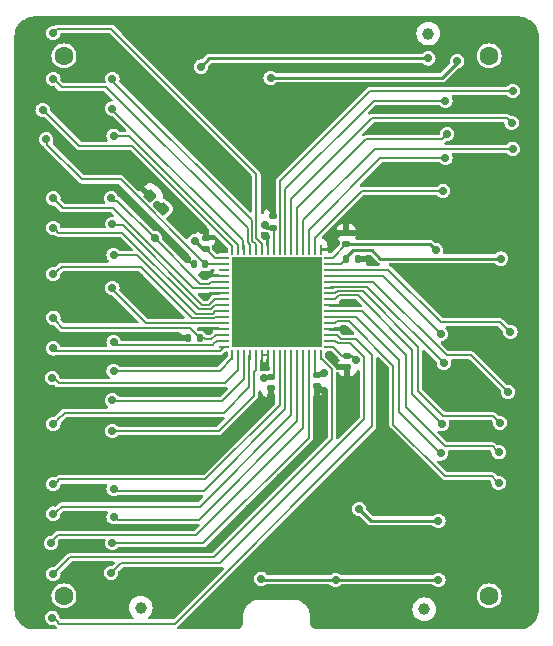
<source format=gbr>
G04 #@! TF.GenerationSoftware,KiCad,Pcbnew,8.0.2-8.0.2-0~ubuntu22.04.1*
G04 #@! TF.CreationDate,2024-06-04T17:14:39-04:00*
G04 #@! TF.ProjectId,breakout-tt05-qfn,62726561-6b6f-4757-942d-747430352d71,3.3*
G04 #@! TF.SameCoordinates,PX2dc6c00PY42c1d80*
G04 #@! TF.FileFunction,Copper,L1,Top*
G04 #@! TF.FilePolarity,Positive*
%FSLAX46Y46*%
G04 Gerber Fmt 4.6, Leading zero omitted, Abs format (unit mm)*
G04 Created by KiCad (PCBNEW 8.0.2-8.0.2-0~ubuntu22.04.1) date 2024-06-04 17:14:39*
%MOMM*%
%LPD*%
G01*
G04 APERTURE LIST*
G04 Aperture macros list*
%AMRoundRect*
0 Rectangle with rounded corners*
0 $1 Rounding radius*
0 $2 $3 $4 $5 $6 $7 $8 $9 X,Y pos of 4 corners*
0 Add a 4 corners polygon primitive as box body*
4,1,4,$2,$3,$4,$5,$6,$7,$8,$9,$2,$3,0*
0 Add four circle primitives for the rounded corners*
1,1,$1+$1,$2,$3*
1,1,$1+$1,$4,$5*
1,1,$1+$1,$6,$7*
1,1,$1+$1,$8,$9*
0 Add four rect primitives between the rounded corners*
20,1,$1+$1,$2,$3,$4,$5,0*
20,1,$1+$1,$4,$5,$6,$7,0*
20,1,$1+$1,$6,$7,$8,$9,0*
20,1,$1+$1,$8,$9,$2,$3,0*%
G04 Aperture macros list end*
G04 #@! TA.AperFunction,SMDPad,CuDef*
%ADD10RoundRect,0.140000X0.140000X0.170000X-0.140000X0.170000X-0.140000X-0.170000X0.140000X-0.170000X0*%
G04 #@! TD*
G04 #@! TA.AperFunction,SMDPad,CuDef*
%ADD11RoundRect,0.140000X0.170000X-0.140000X0.170000X0.140000X-0.170000X0.140000X-0.170000X-0.140000X0*%
G04 #@! TD*
G04 #@! TA.AperFunction,SMDPad,CuDef*
%ADD12RoundRect,0.140000X-0.170000X0.140000X-0.170000X-0.140000X0.170000X-0.140000X0.170000X0.140000X0*%
G04 #@! TD*
G04 #@! TA.AperFunction,SMDPad,CuDef*
%ADD13RoundRect,0.140000X-0.140000X-0.170000X0.140000X-0.170000X0.140000X0.170000X-0.140000X0.170000X0*%
G04 #@! TD*
G04 #@! TA.AperFunction,ComponentPad*
%ADD14C,0.620000*%
G04 #@! TD*
G04 #@! TA.AperFunction,SMDPad,CuDef*
%ADD15C,1.000000*%
G04 #@! TD*
G04 #@! TA.AperFunction,SMDPad,CuDef*
%ADD16RoundRect,0.062500X-0.062500X0.362500X-0.062500X-0.362500X0.062500X-0.362500X0.062500X0.362500X0*%
G04 #@! TD*
G04 #@! TA.AperFunction,SMDPad,CuDef*
%ADD17RoundRect,0.062500X-0.362500X0.062500X-0.362500X-0.062500X0.362500X-0.062500X0.362500X0.062500X0*%
G04 #@! TD*
G04 #@! TA.AperFunction,SMDPad,CuDef*
%ADD18R,7.650000X7.650000*%
G04 #@! TD*
G04 #@! TA.AperFunction,SMDPad,CuDef*
%ADD19RoundRect,0.225000X0.335876X0.017678X0.017678X0.335876X-0.335876X-0.017678X-0.017678X-0.335876X0*%
G04 #@! TD*
G04 #@! TA.AperFunction,WasherPad*
%ADD20C,1.600000*%
G04 #@! TD*
G04 #@! TA.AperFunction,ViaPad*
%ADD21C,0.700000*%
G04 #@! TD*
G04 #@! TA.AperFunction,Conductor*
%ADD22C,0.180000*%
G04 #@! TD*
G04 #@! TA.AperFunction,Conductor*
%ADD23C,0.254000*%
G04 #@! TD*
G04 #@! TA.AperFunction,Conductor*
%ADD24C,0.250000*%
G04 #@! TD*
G04 #@! TA.AperFunction,Conductor*
%ADD25C,0.200000*%
G04 #@! TD*
G04 APERTURE END LIST*
D10*
X29380000Y31700000D03*
X28420000Y31700000D03*
D11*
X28500000Y22520000D03*
X28500000Y23480000D03*
D12*
X22000000Y21680000D03*
X22000000Y20720000D03*
X16500000Y33480000D03*
X16500000Y32520000D03*
D13*
X15520000Y31200000D03*
X16480000Y31200000D03*
D10*
X15980000Y25000000D03*
X15020000Y25000000D03*
D12*
X22200000Y35280000D03*
X22200000Y34320000D03*
D14*
X26600000Y12200000D03*
X21900000Y51800000D03*
X21200000Y26600000D03*
X23800000Y29400000D03*
X40500000Y16900000D03*
X22700000Y6400000D03*
X22800000Y13200000D03*
X20200000Y10600000D03*
X1950000Y38550000D03*
X10100000Y36550000D03*
X9900000Y51800000D03*
X33900000Y49350000D03*
X14600000Y41800000D03*
X14600000Y5250000D03*
X40500000Y41800000D03*
D12*
X28400000Y33880000D03*
X28400000Y32920000D03*
D14*
X13900000Y27100000D03*
X10000000Y26600000D03*
D15*
X35350000Y50750000D03*
D14*
X20200000Y18100000D03*
X34650000Y47750000D03*
X22400000Y46000000D03*
X4450000Y44350000D03*
X21200000Y29400000D03*
X1900000Y48900000D03*
X29350000Y46200000D03*
X20400000Y41650000D03*
X30400000Y16200000D03*
X20200000Y5400000D03*
X28500000Y18100000D03*
X20100000Y36500000D03*
X9900000Y5250000D03*
X10900000Y30100000D03*
X14600000Y16300000D03*
X17900000Y700000D03*
X2000000Y5650000D03*
X43800000Y43800000D03*
X4450000Y15800000D03*
X4450000Y7550000D03*
X31000000Y42700000D03*
X26400000Y16700000D03*
D15*
X11000000Y2150000D03*
D14*
X1900000Y51800000D03*
D12*
X25900000Y21880000D03*
X25900000Y20920000D03*
D14*
X13900000Y51800000D03*
X35200000Y5400000D03*
X9100000Y11350000D03*
X35100000Y42700000D03*
X14600000Y13700000D03*
X40500000Y5700000D03*
X4450000Y23150000D03*
X40500000Y10700000D03*
X23800000Y26600000D03*
X4450000Y38400000D03*
D16*
X26250000Y32450000D03*
X25750000Y32450000D03*
X25250000Y32450000D03*
X24750000Y32450000D03*
X24250000Y32450000D03*
X23750000Y32450000D03*
X23250000Y32450000D03*
X22750000Y32450000D03*
X22250000Y32450000D03*
X21750000Y32450000D03*
X21250000Y32450000D03*
X20750000Y32450000D03*
X20250000Y32450000D03*
X19750000Y32450000D03*
X19250000Y32450000D03*
X18750000Y32450000D03*
D17*
X18050000Y31750000D03*
X18050000Y31250000D03*
X18050000Y30750000D03*
X18050000Y30250000D03*
X18050000Y29750000D03*
X18050000Y29250000D03*
X18050000Y28750000D03*
X18050000Y28250000D03*
X18050000Y27750000D03*
X18050000Y27250000D03*
X18050000Y26750000D03*
X18050000Y26250000D03*
X18050000Y25750000D03*
X18050000Y25250000D03*
X18050000Y24750000D03*
X18050000Y24250000D03*
D16*
X18750000Y23550000D03*
X19250000Y23550000D03*
X19750000Y23550000D03*
X20250000Y23550000D03*
X20750000Y23550000D03*
X21250000Y23550000D03*
X21750000Y23550000D03*
X22250000Y23550000D03*
X22750000Y23550000D03*
X23250000Y23550000D03*
X23750000Y23550000D03*
X24250000Y23550000D03*
X24750000Y23550000D03*
X25250000Y23550000D03*
X25750000Y23550000D03*
X26250000Y23550000D03*
D17*
X26950000Y24250000D03*
X26950000Y24750000D03*
X26950000Y25250000D03*
X26950000Y25750000D03*
X26950000Y26250000D03*
X26950000Y26750000D03*
X26950000Y27250000D03*
X26950000Y27750000D03*
X26950000Y28250000D03*
X26950000Y28750000D03*
X26950000Y29250000D03*
X26950000Y29750000D03*
X26950000Y30250000D03*
X26950000Y30750000D03*
X26950000Y31250000D03*
X26950000Y31750000D03*
D18*
X22500000Y28000000D03*
D14*
X40500000Y20800000D03*
X16400000Y46900000D03*
X14700000Y35850000D03*
X17900000Y51800000D03*
X14600000Y8950000D03*
X14600000Y11350000D03*
X16100000Y23000000D03*
X17100000Y17950000D03*
X29900000Y700000D03*
D15*
X35000000Y2000000D03*
D14*
X29700000Y33800000D03*
X34800000Y30500000D03*
D19*
X12898008Y35901992D03*
X11801992Y36998008D03*
D14*
X17500000Y20500000D03*
X16400000Y42200000D03*
X29900000Y51800000D03*
X35250000Y23150000D03*
X31000000Y38500000D03*
X1950000Y36150000D03*
X40500000Y46500000D03*
X28600000Y6400000D03*
X31500000Y22000000D03*
X40500000Y36200000D03*
X14800000Y47550000D03*
X5900000Y51800000D03*
X35200000Y13900000D03*
X9100000Y8950000D03*
X40450000Y30750000D03*
X4450000Y28700000D03*
X40500000Y25700000D03*
X25900000Y51800000D03*
X37000000Y38750000D03*
X2000000Y3100000D03*
X33900000Y51800000D03*
X30300000Y11200000D03*
X9150000Y33100000D03*
X37900000Y51800000D03*
X28500000Y14300000D03*
X33500000Y700000D03*
X25900000Y700000D03*
X41900000Y51800000D03*
X31000000Y44300000D03*
X13900000Y1700000D03*
D20*
X40500000Y3140000D03*
X40500000Y48860000D03*
X4500000Y3140000D03*
X4500000Y48860000D03*
D21*
X14200000Y25100000D03*
X9000000Y14500000D03*
X2000000Y13250000D03*
X43000000Y3000000D03*
X35100000Y34900000D03*
X16700000Y25550000D03*
X28500000Y21500000D03*
X27100000Y32900000D03*
X28100000Y25700000D03*
X28100000Y27940000D03*
X43000000Y28500000D03*
X43000000Y48500000D03*
X21552289Y33642680D03*
X2000000Y21000000D03*
X7000000Y28300000D03*
X43000000Y10500000D03*
X14900000Y31700000D03*
X2000000Y41000000D03*
X26500000Y20500000D03*
X9000000Y40000000D03*
X30200000Y31700000D03*
X22000000Y20100000D03*
X9000000Y2000000D03*
X16450000Y30250002D03*
X16155025Y34155025D03*
X21400000Y22600000D03*
X43000000Y23500000D03*
X22000000Y36000000D03*
X36000000Y20000000D03*
X43000000Y51000000D03*
X2000000Y33500000D03*
X16482840Y28470000D03*
X36000000Y11970000D03*
X27600000Y33800000D03*
X7000000Y48900000D03*
X43000000Y38500000D03*
X43000000Y8000000D03*
X43000000Y5500000D03*
X15600000Y33200000D03*
X35350000Y48650000D03*
X16100000Y47950000D03*
X36000000Y32400000D03*
X41500000Y31700000D03*
X36200000Y9500000D03*
X29185085Y23122087D03*
X29500000Y10500000D03*
X26500000Y22000000D03*
X21200000Y4600000D03*
X21400000Y21600000D03*
X27500010Y4500000D03*
X36200000Y4500000D03*
X37800000Y48400000D03*
X22000000Y47000016D03*
X21497814Y34550000D03*
X3600000Y12600000D03*
X8600000Y17100000D03*
X3600000Y17700000D03*
X8600000Y19700000D03*
X3500000Y21600000D03*
X8700000Y22200000D03*
X3600000Y24100000D03*
X8700000Y24600000D03*
X3600000Y10100000D03*
X8700000Y12200000D03*
X3400000Y7600000D03*
X8700000Y9800000D03*
X3600000Y5000000D03*
X8600000Y7600000D03*
X3500000Y1300000D03*
X8500000Y5100000D03*
X36400000Y15200000D03*
X41300000Y12700000D03*
X36500000Y17700000D03*
X41300000Y15300000D03*
X36654559Y22854559D03*
X41400000Y17800000D03*
X36400000Y25300000D03*
X42099996Y20400008D03*
X36600000Y37430000D03*
X42300000Y25500000D03*
X42500000Y41000000D03*
X36800000Y40200000D03*
X42400000Y43200000D03*
X36950000Y42250000D03*
X42500000Y45900000D03*
X36800000Y45050000D03*
X8600000Y46900000D03*
X3600000Y50800000D03*
X8600000Y29200000D03*
X8700000Y32000000D03*
X8600000Y34600000D03*
X8500000Y36800000D03*
X12415723Y36198231D03*
X12205025Y33405025D03*
X3600000Y30400000D03*
X3600000Y36800000D03*
X8600000Y44400000D03*
X3600000Y46900000D03*
X3600000Y34300000D03*
X2700000Y44300000D03*
X8700000Y42100000D03*
X3600000Y26700000D03*
X3000000Y41800000D03*
D22*
X21750000Y23550000D02*
X21750000Y22850000D01*
D23*
X22200000Y35800000D02*
X22000000Y36000000D01*
X8870000Y1870000D02*
X9000000Y2000000D01*
X26950000Y25750000D02*
X28050000Y25750000D01*
X26950000Y27750000D02*
X27910000Y27750000D01*
X16500000Y33480000D02*
X16500000Y33810050D01*
D22*
X18050000Y30250000D02*
X16450002Y30250000D01*
X21750000Y23550000D02*
X21250000Y23550000D01*
D24*
X9000000Y39800000D02*
X9000000Y40000000D01*
D22*
X21750000Y33444969D02*
X21552289Y33642680D01*
D23*
X28500000Y22520000D02*
X28500000Y21500000D01*
X22200000Y35280000D02*
X22200000Y35800000D01*
D22*
X16762840Y28750000D02*
X16482840Y28470000D01*
D23*
X8930000Y14570000D02*
X9000000Y14500000D01*
D22*
X21650000Y22850000D02*
X21400000Y22600000D01*
D23*
X28050000Y25750000D02*
X28100000Y25700000D01*
X27910000Y27750000D02*
X28100000Y27940000D01*
X25900000Y20920000D02*
X26080000Y20920000D01*
X28400000Y33880000D02*
X27680000Y33880000D01*
D22*
X18050000Y28750000D02*
X16762840Y28750000D01*
D23*
X16500000Y33810050D02*
X16155025Y34155025D01*
X27680000Y33880000D02*
X27600000Y33800000D01*
X15400000Y31200000D02*
X14900000Y31700000D01*
X8970000Y39970000D02*
X9000000Y40000000D01*
D22*
X21750000Y22850000D02*
X21650000Y22850000D01*
X18050000Y25750000D02*
X16900000Y25750000D01*
D23*
X26080000Y20920000D02*
X26500000Y20500000D01*
D22*
X21250000Y23550000D02*
X21250000Y22750000D01*
X16450002Y30250000D02*
X16450000Y30250002D01*
X26650000Y32450000D02*
X27100000Y32900000D01*
X16900000Y25750000D02*
X16700000Y25550000D01*
D23*
X29380000Y31700000D02*
X30200000Y31700000D01*
X15520000Y31200000D02*
X15400000Y31200000D01*
X14300000Y25000000D02*
X14200000Y25100000D01*
D22*
X21750000Y32450000D02*
X21750000Y33444969D01*
D24*
X11801992Y36998008D02*
X9000000Y39800000D01*
D22*
X21250000Y22750000D02*
X21400000Y22600000D01*
D23*
X22000000Y20720000D02*
X22000000Y20100000D01*
D22*
X26250000Y32450000D02*
X26650000Y32450000D01*
D23*
X15020000Y25000000D02*
X14300000Y25000000D01*
X16800000Y48650000D02*
X35350000Y48650000D01*
X16100000Y47950000D02*
X16800000Y48650000D01*
D22*
X26950000Y31750000D02*
X27250000Y31750000D01*
D23*
X16280000Y32520000D02*
X15600000Y33200000D01*
D22*
X28400000Y32900000D02*
X28400000Y32920000D01*
D23*
X35480000Y32920000D02*
X28400000Y32920000D01*
D22*
X27250000Y31750000D02*
X28400000Y32900000D01*
X18050000Y31750000D02*
X17270000Y31750000D01*
X17270000Y31750000D02*
X16500000Y32520000D01*
D23*
X36000000Y32400000D02*
X35480000Y32920000D01*
X16500000Y32520000D02*
X16280000Y32520000D01*
X28420000Y31820000D02*
X29000000Y32400000D01*
X30600000Y32400000D02*
X31300000Y31700000D01*
D22*
X27970000Y31250000D02*
X28420000Y31700000D01*
X26950000Y31250000D02*
X27970000Y31250000D01*
D23*
X28420000Y31700000D02*
X28420000Y31820000D01*
X31300000Y31700000D02*
X41500000Y31700000D01*
X29000000Y32400000D02*
X30600000Y32400000D01*
D22*
X27250000Y24250000D02*
X28020000Y23480000D01*
X28020000Y23480000D02*
X28500000Y23480000D01*
D23*
X29500000Y10500000D02*
X30500000Y9500000D01*
D22*
X26950000Y24250000D02*
X27250000Y24250000D01*
D23*
X30500000Y9500000D02*
X36000000Y9500000D01*
X36000000Y9500000D02*
X36200000Y9500000D01*
X28827172Y23480000D02*
X29185085Y23122087D01*
X28500000Y23480000D02*
X28827172Y23480000D01*
X27500000Y4500000D02*
X35700000Y4500000D01*
X27500010Y4500000D02*
X21300000Y4500000D01*
X26380000Y21880000D02*
X26500000Y22000000D01*
X25900000Y21880000D02*
X26380000Y21880000D01*
D22*
X25750000Y22030000D02*
X25900000Y21880000D01*
D23*
X21300000Y4500000D02*
X21200000Y4600000D01*
X22000000Y21680000D02*
X21480000Y21680000D01*
X35700000Y4500000D02*
X36200000Y4500000D01*
D22*
X25750000Y23550000D02*
X25750000Y22030000D01*
X22250000Y21930000D02*
X22000000Y21680000D01*
X22250000Y23550000D02*
X22250000Y21930000D01*
D23*
X21480000Y21680000D02*
X21400000Y21600000D01*
X22000000Y47000000D02*
X36500000Y47000000D01*
X37090000Y47590000D02*
X37800000Y48300000D01*
D22*
X22250000Y34270000D02*
X22200000Y34320000D01*
X22250000Y32450000D02*
X22250000Y34270000D01*
D23*
X36500000Y47000000D02*
X37090000Y47590000D01*
X21727814Y34320000D02*
X21497814Y34550000D01*
X37800000Y48300000D02*
X37800000Y48400000D01*
X22200000Y34320000D02*
X21727814Y34320000D01*
D25*
X4100000Y13000000D02*
X16462598Y13000000D01*
X22750000Y19287402D02*
X22750000Y23550000D01*
X3900000Y12800000D02*
X3700000Y12600000D01*
X3900000Y12800000D02*
X4100000Y13000000D01*
X3700000Y12600000D02*
X3600000Y12600000D01*
X16462598Y13000000D02*
X22750000Y19287402D01*
X20750000Y22239950D02*
X20750000Y23550000D01*
X9300000Y17100000D02*
X9310000Y17110000D01*
X9300000Y17100000D02*
X8600000Y17100000D01*
X17610000Y17110000D02*
X20600000Y20100000D01*
X20600000Y20100000D02*
X20600000Y22089950D01*
X20600000Y22089950D02*
X20750000Y22239950D01*
X9310000Y17110000D02*
X17610000Y17110000D01*
X20193000Y23493000D02*
X20250000Y23550000D01*
X20193000Y20793000D02*
X20193000Y23493000D01*
X18050000Y18650000D02*
X20193000Y20793000D01*
X3900000Y18000000D02*
X4550000Y18650000D01*
X3900000Y18000000D02*
X3600000Y17700000D01*
X4550000Y18650000D02*
X18050000Y18650000D01*
X9000000Y19650000D02*
X17900000Y19650000D01*
X17900000Y19650000D02*
X19750000Y21500000D01*
X8650000Y19650000D02*
X8600000Y19700000D01*
X19750000Y21500000D02*
X19750000Y23550000D01*
X9000000Y19650000D02*
X8650000Y19650000D01*
X3600000Y21600000D02*
X3500000Y21600000D01*
X3800000Y21400000D02*
X4050000Y21150000D01*
X4050000Y21150000D02*
X18100000Y21150000D01*
X3800000Y21400000D02*
X3600000Y21600000D01*
X19250000Y22300000D02*
X19250000Y23550000D01*
X18100000Y21150000D02*
X19250000Y22300000D01*
X17690000Y22190000D02*
X18750000Y23250000D01*
X8900000Y22190000D02*
X8710000Y22190000D01*
X8900000Y22190000D02*
X17690000Y22190000D01*
X8710000Y22190000D02*
X8700000Y22200000D01*
X18750000Y23250000D02*
X18750000Y23550000D01*
X17670000Y23870000D02*
X18050000Y24250000D01*
X3830000Y23870000D02*
X3600000Y24100000D01*
X4100000Y23870000D02*
X3830000Y23870000D01*
X4100000Y23870000D02*
X17670000Y23870000D01*
X9000000Y24400000D02*
X14683866Y24400000D01*
X9000000Y24400000D02*
X8800000Y24600000D01*
X17150000Y24450000D02*
X17155636Y24450000D01*
X14683866Y24400000D02*
X14693866Y24390000D01*
X17455636Y24750000D02*
X18050000Y24750000D01*
X8800000Y24600000D02*
X8700000Y24600000D01*
X17155636Y24450000D02*
X17455636Y24750000D01*
X14693866Y24390000D02*
X17090000Y24390000D01*
X17090000Y24390000D02*
X17150000Y24450000D01*
X3700000Y10100000D02*
X3600000Y10100000D01*
X16000000Y10700000D02*
X23750000Y18450000D01*
X23750000Y18450000D02*
X23750000Y23550000D01*
X4300000Y10700000D02*
X16000000Y10700000D01*
X3900000Y10300000D02*
X3700000Y10100000D01*
X3900000Y10300000D02*
X4300000Y10700000D01*
X8870000Y12030000D02*
X16330000Y12030000D01*
X23250000Y18950000D02*
X23250000Y23550000D01*
X16330000Y12030000D02*
X23250000Y18950000D01*
X8700000Y12200000D02*
X8870000Y12030000D01*
D22*
X15700000Y8300000D02*
X24750000Y17350000D01*
X3400000Y7700000D02*
X3400000Y7600000D01*
X24750000Y17350000D02*
X24750000Y23550000D01*
X3600000Y7900000D02*
X3400000Y7700000D01*
X3600000Y7900000D02*
X4000000Y8300000D01*
X4000000Y8300000D02*
X15700000Y8300000D01*
D25*
X15900000Y9600000D02*
X24250000Y17950000D01*
X8900000Y9800000D02*
X8700000Y9800000D01*
X9100000Y9600000D02*
X15900000Y9600000D01*
X24250000Y17950000D02*
X24250000Y23550000D01*
X8900000Y9800000D02*
X9100000Y9600000D01*
D22*
X3900000Y5300000D02*
X3600000Y5000000D01*
X17200000Y6400000D02*
X27190000Y16390000D01*
X27190000Y22310000D02*
X26250000Y23250000D01*
X5000000Y6400000D02*
X17200000Y6400000D01*
X26250000Y23250000D02*
X26250000Y23550000D01*
X27190000Y16390000D02*
X27190000Y22310000D01*
X3900000Y5300000D02*
X5000000Y6400000D01*
X25250000Y23550000D02*
X25250000Y16550000D01*
X25250000Y16550000D02*
X16300000Y7600000D01*
X16300000Y7600000D02*
X8600000Y7600000D01*
X4100000Y800000D02*
X13900000Y800000D01*
X29240000Y24910000D02*
X27940000Y24910000D01*
X3900000Y1000000D02*
X3600000Y1300000D01*
X30600000Y23550000D02*
X29240000Y24910000D01*
X27600000Y25250000D02*
X26950000Y25250000D01*
X3600000Y1300000D02*
X3500000Y1300000D01*
X3900000Y1000000D02*
X4100000Y800000D01*
X30600000Y17500000D02*
X30600000Y23550000D01*
X27940000Y24910000D02*
X27600000Y25250000D01*
X13900000Y800000D02*
X30600000Y17500000D01*
X28732980Y24550000D02*
X27662622Y24550000D01*
X8750000Y5350000D02*
X9300000Y5900000D01*
X8750000Y5350000D02*
X8500000Y5100000D01*
X9300000Y5900000D02*
X17700000Y5900000D01*
X27662622Y24550000D02*
X27462622Y24750000D01*
X17700000Y5900000D02*
X29875085Y18075085D01*
X27462622Y24750000D02*
X26950000Y24750000D01*
X29875085Y18075085D02*
X29875085Y23407895D01*
X29875085Y23407895D02*
X28732980Y24550000D01*
X32900000Y18700000D02*
X32900000Y23100000D01*
X29250000Y26750000D02*
X26950000Y26750000D01*
X36350000Y15250000D02*
X36400000Y15200000D01*
X32900000Y23100000D02*
X29250000Y26750000D01*
X36350000Y15250000D02*
X32900000Y18700000D01*
X27614192Y26390000D02*
X28610000Y26390000D01*
X32400000Y17650000D02*
X36750000Y13300000D01*
X41100000Y12900000D02*
X41300000Y12700000D01*
X28610000Y26390000D02*
X32400000Y22600000D01*
X40700000Y13300000D02*
X41100000Y12900000D01*
X27474192Y26250000D02*
X27614192Y26390000D01*
X26950000Y26250000D02*
X27474192Y26250000D01*
X36750000Y13300000D02*
X40700000Y13300000D01*
X32400000Y22600000D02*
X32400000Y17650000D01*
X27474192Y28250000D02*
X26950000Y28250000D01*
X34000000Y24000000D02*
X29410000Y28590000D01*
X27814192Y28590000D02*
X27474192Y28250000D01*
X36450000Y17750000D02*
X34000000Y20200000D01*
X34000000Y20200000D02*
X34000000Y24000000D01*
X29410000Y28590000D02*
X27814192Y28590000D01*
X36450000Y17750000D02*
X36500000Y17700000D01*
X36800000Y15800000D02*
X33500000Y19100000D01*
X41100000Y15500000D02*
X40800000Y15800000D01*
X33500000Y19100000D02*
X33500000Y23500000D01*
X33500000Y23500000D02*
X29750000Y27250000D01*
X40800000Y15800000D02*
X36800000Y15800000D01*
X29750000Y27250000D02*
X26950000Y27250000D01*
X41100000Y15500000D02*
X41300000Y15300000D01*
X30199118Y29310000D02*
X36654559Y22854559D01*
X26950000Y29250000D02*
X27010000Y29310000D01*
X27010000Y29310000D02*
X30199118Y29310000D01*
X34500000Y24250000D02*
X34500000Y20500000D01*
X26950000Y28750000D02*
X27465075Y28750000D01*
X40810000Y18390000D02*
X41400000Y17800000D01*
X36610000Y18390000D02*
X40810000Y18390000D01*
X27465075Y28750000D02*
X27665076Y28950000D01*
X34500000Y20500000D02*
X36610000Y18390000D01*
X27665076Y28950000D02*
X29800000Y28950000D01*
X29800000Y28950000D02*
X34500000Y24250000D01*
X36225000Y25525000D02*
X31500000Y30250000D01*
X31500000Y30250000D02*
X26950000Y30250000D01*
X36225000Y25525000D02*
X36225000Y25475000D01*
X36225000Y25475000D02*
X36400000Y25300000D01*
X42100000Y20400012D02*
X42099996Y20400008D01*
X36950000Y23500000D02*
X39000004Y23500000D01*
X30700000Y29750000D02*
X36950000Y23500000D01*
X26950000Y29750000D02*
X30700000Y29750000D01*
X42100000Y20500000D02*
X42100000Y20400012D01*
X39000004Y23500000D02*
X42099996Y20400008D01*
X29730000Y37430000D02*
X36600000Y37430000D01*
X25750000Y33450000D02*
X29730000Y37430000D01*
X25750000Y32450000D02*
X25750000Y33450000D01*
X31950000Y30750000D02*
X26950000Y30750000D01*
X42202082Y25500000D02*
X42300000Y25500000D01*
X41402082Y26300000D02*
X36400000Y26300000D01*
X36400000Y26300000D02*
X31950000Y30750000D01*
X42151041Y25551041D02*
X41402082Y26300000D01*
X42151041Y25551041D02*
X42202082Y25500000D01*
X42400000Y41000000D02*
X30800000Y41000000D01*
X24750000Y34950000D02*
X24750000Y32450000D01*
X30800000Y41000000D02*
X24750000Y34950000D01*
X42400000Y41000000D02*
X42500000Y41000000D01*
X25250000Y34150000D02*
X31300000Y40200000D01*
X31300000Y40200000D02*
X36800000Y40200000D01*
X25250000Y32450000D02*
X25250000Y34150000D01*
X30600000Y43600000D02*
X23750000Y36750000D01*
X42000000Y43600000D02*
X30600000Y43600000D01*
X23750000Y36750000D02*
X23750000Y32450000D01*
X42400000Y43200000D02*
X42000000Y43600000D01*
X24250000Y35950000D02*
X30100000Y41800000D01*
X36500000Y41800000D02*
X36950000Y42250000D01*
X24250000Y32450000D02*
X24250000Y35950000D01*
X30100000Y41800000D02*
X36500000Y41800000D01*
X42122082Y45900000D02*
X31400000Y45900000D01*
X42122082Y45900000D02*
X42500000Y45900000D01*
X22800000Y32500000D02*
X22750000Y32450000D01*
X30400000Y45900000D02*
X22800000Y38300000D01*
X22800000Y38300000D02*
X22800000Y32500000D01*
X31400000Y45900000D02*
X30400000Y45900000D01*
X23250000Y32450000D02*
X23250000Y37550000D01*
X30750000Y45050000D02*
X36800000Y45050000D01*
X23250000Y37550000D02*
X30750000Y45050000D01*
D25*
X20750000Y32898502D02*
X20750000Y32450000D01*
X8600000Y46763650D02*
X8600000Y46900000D01*
X8681825Y46681825D02*
X20420000Y34943650D01*
X20420000Y34943650D02*
X20420000Y33228502D01*
X20420000Y33228502D02*
X20750000Y32898502D01*
X8681825Y46681825D02*
X8600000Y46763650D01*
X21250000Y32450000D02*
X21250000Y32960049D01*
X20800000Y33410049D02*
X20800000Y38828670D01*
X20800000Y38828670D02*
X8478670Y51150000D01*
X8478670Y51150000D02*
X3950000Y51150000D01*
X3950000Y51150000D02*
X3600000Y50800000D01*
X21250000Y32960049D02*
X20800000Y33410049D01*
X8600000Y29100000D02*
X8600000Y29200000D01*
X8800000Y28900000D02*
X8600000Y29100000D01*
X8800000Y28900000D02*
X11450000Y26250000D01*
X11450000Y26250000D02*
X18050000Y26250000D01*
X15690000Y27010000D02*
X17087594Y27010000D01*
X10700000Y32000000D02*
X15690000Y27010000D01*
X17087594Y27010000D02*
X17327594Y27250000D01*
X17327594Y27250000D02*
X18050000Y27250000D01*
X8800000Y32000000D02*
X10700000Y32000000D01*
X8800000Y32000000D02*
X8700000Y32000000D01*
X9462890Y34500000D02*
X16192890Y27770000D01*
X17182840Y28180050D02*
X17182840Y28250000D01*
X9100000Y34500000D02*
X9462890Y34500000D01*
X16772790Y27770000D02*
X17182840Y28180050D01*
X9100000Y34500000D02*
X8700000Y34500000D01*
X17182840Y28250000D02*
X18050000Y28250000D01*
X16192890Y27770000D02*
X16772790Y27770000D01*
X8700000Y34500000D02*
X8600000Y34600000D01*
X16060050Y29550000D02*
X16791140Y29550000D01*
X16991140Y29750000D02*
X18050000Y29750000D01*
X8700000Y36600000D02*
X8500000Y36800000D01*
X8700000Y36600000D02*
X9010050Y36600000D01*
X9010050Y36600000D02*
X12205025Y33405025D01*
D22*
X12898008Y35901992D02*
X12711962Y35901992D01*
D25*
X12205025Y33405025D02*
X16060050Y29550000D01*
X16791140Y29550000D02*
X16991140Y29750000D01*
D22*
X12711962Y35901992D02*
X12415723Y36198231D01*
D25*
X4300000Y31000000D02*
X11000000Y31000000D01*
X4000000Y30700000D02*
X4300000Y31000000D01*
X4000000Y30700000D02*
X3700000Y30400000D01*
X11000000Y31000000D02*
X15370000Y26630000D01*
X15370000Y26630000D02*
X17244996Y26630000D01*
X3700000Y30400000D02*
X3600000Y30400000D01*
X17364996Y26750000D02*
X18050000Y26750000D01*
X17244996Y26630000D02*
X17364996Y26750000D01*
X15450100Y29170000D02*
X16947352Y29170000D01*
X3900000Y36500000D02*
X4400000Y36000000D01*
X17027352Y29250000D02*
X18050000Y29250000D01*
X16947352Y29170000D02*
X17027352Y29250000D01*
X4400000Y36000000D02*
X8620100Y36000000D01*
X8620100Y36000000D02*
X15450100Y29170000D01*
X3900000Y36500000D02*
X3600000Y36800000D01*
X8750000Y44150000D02*
X19660000Y33240000D01*
X19660000Y33240000D02*
X19660000Y32540000D01*
X8750000Y44150000D02*
X8600000Y44300000D01*
X19660000Y32540000D02*
X19750000Y32450000D01*
X8600000Y44300000D02*
X8600000Y44400000D01*
X20040000Y33071100D02*
X20250000Y32861100D01*
X3800000Y46700000D02*
X3600000Y46900000D01*
X20040000Y34260000D02*
X20040000Y33071100D01*
X3800000Y46700000D02*
X4300000Y46200000D01*
X8100000Y46200000D02*
X20040000Y34260000D01*
X4300000Y46200000D02*
X8100000Y46200000D01*
X20250000Y32861100D02*
X20250000Y32450000D01*
X4000000Y33900000D02*
X9450000Y33900000D01*
X3800000Y34100000D02*
X3600000Y34300000D01*
X15960000Y27390000D02*
X16930192Y27390000D01*
X17290192Y27750000D02*
X18050000Y27750000D01*
X16930192Y27390000D02*
X17290192Y27750000D01*
X9450000Y33900000D02*
X15960000Y27390000D01*
X3800000Y34100000D02*
X4000000Y33900000D01*
X2763776Y44300000D02*
X2700000Y44300000D01*
X5813776Y41250000D02*
X10250000Y41250000D01*
X3081888Y43981888D02*
X5813776Y41250000D01*
X10250000Y41250000D02*
X18750000Y32750000D01*
X3081888Y43981888D02*
X2763776Y44300000D01*
X18750000Y32750000D02*
X18750000Y32450000D01*
X9100000Y42100000D02*
X10037401Y42100000D01*
X9100000Y42100000D02*
X8700000Y42100000D01*
X10037401Y42100000D02*
X19250000Y32887401D01*
X19250000Y32887401D02*
X19250000Y32450000D01*
X15130000Y25850000D02*
X15980000Y25000000D01*
X3600000Y26600000D02*
X3600000Y26700000D01*
X15980000Y25000000D02*
X16035345Y24944655D01*
X3800000Y26400000D02*
X4350000Y25850000D01*
X16989950Y24850000D02*
X17389950Y25250000D01*
X3800000Y26400000D02*
X3600000Y26600000D01*
X16410050Y24850000D02*
X16989950Y24850000D01*
X17389950Y25250000D02*
X18050000Y25250000D01*
X16035345Y24944655D02*
X16315395Y24944655D01*
X16315395Y24944655D02*
X16410050Y24850000D01*
X4350000Y25850000D02*
X15130000Y25850000D01*
X16480000Y31200000D02*
X18000000Y31200000D01*
X18000000Y31200000D02*
X18050000Y31250000D01*
X6051579Y38400000D02*
X9291490Y38400000D01*
X3100000Y41351579D02*
X6051579Y38400000D01*
X16480000Y31211490D02*
X16480000Y31200000D01*
X9291490Y38400000D02*
X16480000Y31211490D01*
X3100000Y41700000D02*
X3100000Y41351579D01*
X3100000Y41700000D02*
X3000000Y41800000D01*
G04 #@! TA.AperFunction,Conductor*
G36*
X43004418Y52199184D02*
G01*
X43233020Y52182835D01*
X43250529Y52180317D01*
X43470144Y52132542D01*
X43487103Y52127563D01*
X43697694Y52049017D01*
X43713777Y52041673D01*
X43911036Y51933960D01*
X43925919Y51924395D01*
X44105836Y51789711D01*
X44119207Y51778125D01*
X44278124Y51619208D01*
X44289710Y51605837D01*
X44424394Y51425920D01*
X44433959Y51411037D01*
X44541669Y51213783D01*
X44549019Y51197689D01*
X44627559Y50987113D01*
X44632543Y50970138D01*
X44680316Y50750530D01*
X44682834Y50733018D01*
X44699184Y50504419D01*
X44699500Y50495573D01*
X44699500Y2004428D01*
X44699184Y1995582D01*
X44682834Y1766983D01*
X44680316Y1749471D01*
X44632543Y1529863D01*
X44627559Y1512888D01*
X44549019Y1302312D01*
X44541669Y1286218D01*
X44433959Y1088964D01*
X44424394Y1074081D01*
X44289710Y894164D01*
X44278124Y880793D01*
X44119207Y721876D01*
X44105836Y710290D01*
X43925919Y575606D01*
X43911036Y566041D01*
X43713782Y458331D01*
X43697688Y450981D01*
X43487112Y372441D01*
X43470137Y367457D01*
X43250529Y319684D01*
X43233017Y317166D01*
X43004418Y300816D01*
X42995572Y300500D01*
X26006093Y300500D01*
X25993939Y301097D01*
X25943081Y306107D01*
X25875688Y312744D01*
X25851848Y317486D01*
X25743997Y350202D01*
X25721541Y359504D01*
X25622150Y412630D01*
X25601940Y426134D01*
X25514820Y497631D01*
X25497630Y514821D01*
X25426133Y601941D01*
X25412629Y622151D01*
X25359501Y721547D01*
X25350201Y743998D01*
X25317483Y851855D01*
X25312744Y875683D01*
X25301097Y993939D01*
X25300500Y1006093D01*
X25300500Y1602352D01*
X25268477Y1804535D01*
X25206714Y1994621D01*
X25205220Y1999219D01*
X25205218Y1999222D01*
X25205218Y1999224D01*
X25204823Y2000000D01*
X33994659Y2000000D01*
X34013975Y1803871D01*
X34071188Y1615267D01*
X34164086Y1441468D01*
X34164090Y1441461D01*
X34289116Y1289117D01*
X34441460Y1164091D01*
X34441467Y1164087D01*
X34615266Y1071189D01*
X34615269Y1071189D01*
X34615273Y1071186D01*
X34803868Y1013976D01*
X35000000Y994659D01*
X35196132Y1013976D01*
X35384727Y1071186D01*
X35390144Y1074081D01*
X35517568Y1142191D01*
X35558538Y1164090D01*
X35710883Y1289117D01*
X35835910Y1441462D01*
X35928814Y1615273D01*
X35986024Y1803868D01*
X36005341Y2000000D01*
X35986024Y2196132D01*
X35928814Y2384727D01*
X35928811Y2384731D01*
X35928811Y2384734D01*
X35835913Y2558533D01*
X35835909Y2558540D01*
X35710883Y2710884D01*
X35558539Y2835910D01*
X35558532Y2835914D01*
X35384733Y2928812D01*
X35384727Y2928814D01*
X35196132Y2986024D01*
X35196129Y2986025D01*
X35000000Y3005341D01*
X34803870Y2986025D01*
X34615266Y2928812D01*
X34441467Y2835914D01*
X34441460Y2835910D01*
X34289116Y2710884D01*
X34164090Y2558540D01*
X34164086Y2558533D01*
X34071188Y2384734D01*
X34013975Y2196130D01*
X33994659Y2000000D01*
X25204823Y2000000D01*
X25153483Y2100758D01*
X25112287Y2181610D01*
X25099289Y2199500D01*
X24991971Y2347214D01*
X24847213Y2491972D01*
X24681613Y2612285D01*
X24681612Y2612286D01*
X24681610Y2612287D01*
X24624653Y2641309D01*
X24499223Y2705219D01*
X24304534Y2768478D01*
X24129995Y2796122D01*
X24102352Y2800500D01*
X24039562Y2800500D01*
X21047595Y2800500D01*
X21000000Y2800500D01*
X20897648Y2800500D01*
X20873329Y2796649D01*
X20695465Y2768478D01*
X20500776Y2705219D01*
X20318386Y2612285D01*
X20152786Y2491972D01*
X20008028Y2347214D01*
X19887715Y2181614D01*
X19794781Y1999224D01*
X19731522Y1804535D01*
X19699500Y1602352D01*
X19699500Y1006093D01*
X19698903Y993938D01*
X19687256Y875689D01*
X19682514Y851849D01*
X19649798Y743998D01*
X19640495Y721539D01*
X19587370Y622151D01*
X19573866Y601941D01*
X19502369Y514821D01*
X19485179Y497631D01*
X19398059Y426134D01*
X19377849Y412630D01*
X19278461Y359505D01*
X19256002Y350202D01*
X19148151Y317486D01*
X19124311Y312744D01*
X19037215Y304166D01*
X19006060Y301097D01*
X18993907Y300500D01*
X14185118Y300500D01*
X14118079Y320185D01*
X14072324Y372989D01*
X14062380Y442147D01*
X14091405Y505703D01*
X14109628Y522873D01*
X14111522Y524328D01*
X14111528Y524331D01*
X14175669Y588472D01*
X14175669Y588474D01*
X14185873Y598677D01*
X14185876Y598682D01*
X16727195Y3140000D01*
X39440398Y3140000D01*
X39460757Y2933284D01*
X39521056Y2734504D01*
X39618969Y2551323D01*
X39618974Y2551316D01*
X39750747Y2390748D01*
X39805115Y2346130D01*
X39911317Y2258973D01*
X39911320Y2258972D01*
X39911322Y2258970D01*
X40094503Y2161057D01*
X40094505Y2161057D01*
X40094508Y2161055D01*
X40293282Y2100758D01*
X40500000Y2080398D01*
X40706718Y2100758D01*
X40905492Y2161055D01*
X41088683Y2258973D01*
X41249252Y2390748D01*
X41381027Y2551317D01*
X41478945Y2734508D01*
X41539242Y2933282D01*
X41559602Y3140000D01*
X41539242Y3346718D01*
X41478945Y3545492D01*
X41478943Y3545495D01*
X41478943Y3545497D01*
X41381030Y3728678D01*
X41381028Y3728680D01*
X41381027Y3728683D01*
X41340950Y3777517D01*
X41249252Y3889253D01*
X41088684Y4021026D01*
X41088677Y4021031D01*
X40905496Y4118944D01*
X40706716Y4179243D01*
X40500000Y4199602D01*
X40293283Y4179243D01*
X40094503Y4118944D01*
X39911322Y4021031D01*
X39911315Y4021026D01*
X39750747Y3889253D01*
X39618974Y3728685D01*
X39618969Y3728678D01*
X39521056Y3545497D01*
X39460757Y3346717D01*
X39440398Y3140000D01*
X16727195Y3140000D01*
X18187196Y4600001D01*
X20590284Y4600001D01*
X20590284Y4600000D01*
X20611060Y4442195D01*
X20611061Y4442191D01*
X20671968Y4295145D01*
X20671969Y4295143D01*
X20671970Y4295142D01*
X20768866Y4168866D01*
X20895142Y4071970D01*
X20895143Y4071970D01*
X20895144Y4071969D01*
X20944159Y4051667D01*
X21042194Y4011060D01*
X21181640Y3992702D01*
X21199999Y3990284D01*
X21200000Y3990284D01*
X21200001Y3990284D01*
X21216446Y3992450D01*
X21357806Y4011060D01*
X21504858Y4071970D01*
X21532103Y4092877D01*
X21597271Y4118070D01*
X21607589Y4118500D01*
X26969640Y4118500D01*
X27036679Y4098815D01*
X27063061Y4074545D01*
X27063129Y4074612D01*
X27064753Y4072988D01*
X27068015Y4069987D01*
X27068873Y4068869D01*
X27068874Y4068868D01*
X27068876Y4068866D01*
X27195152Y3971970D01*
X27342204Y3911060D01*
X27481650Y3892702D01*
X27500009Y3890284D01*
X27500010Y3890284D01*
X27500011Y3890284D01*
X27516456Y3892450D01*
X27657816Y3911060D01*
X27804868Y3971970D01*
X27931144Y4068866D01*
X27931378Y4069172D01*
X27932005Y4069987D01*
X27932972Y4070694D01*
X27936891Y4074612D01*
X27937502Y4074001D01*
X27988433Y4111190D01*
X28030380Y4118500D01*
X35649775Y4118500D01*
X35669630Y4118500D01*
X35736669Y4098815D01*
X35763051Y4074545D01*
X35763119Y4074612D01*
X35764743Y4072988D01*
X35768005Y4069987D01*
X35768863Y4068869D01*
X35768864Y4068868D01*
X35768866Y4068866D01*
X35895142Y3971970D01*
X36042194Y3911060D01*
X36181640Y3892702D01*
X36199999Y3890284D01*
X36200000Y3890284D01*
X36200001Y3890284D01*
X36216446Y3892450D01*
X36357806Y3911060D01*
X36504858Y3971970D01*
X36631134Y4068866D01*
X36728030Y4195142D01*
X36788940Y4342194D01*
X36809716Y4500000D01*
X36788940Y4657806D01*
X36747518Y4757810D01*
X36728031Y4804856D01*
X36728030Y4804857D01*
X36728030Y4804858D01*
X36631134Y4931134D01*
X36504858Y5028030D01*
X36504857Y5028031D01*
X36504855Y5028032D01*
X36357809Y5088939D01*
X36357807Y5088940D01*
X36357806Y5088940D01*
X36273791Y5100001D01*
X36200001Y5109716D01*
X36199999Y5109716D01*
X36042194Y5088940D01*
X36042190Y5088939D01*
X35895144Y5028032D01*
X35768863Y4931132D01*
X35768005Y4930013D01*
X35767037Y4929307D01*
X35763119Y4925388D01*
X35762507Y4926000D01*
X35711577Y4888810D01*
X35669630Y4881500D01*
X28030380Y4881500D01*
X27963341Y4901185D01*
X27936958Y4925456D01*
X27936891Y4925388D01*
X27935266Y4927013D01*
X27932005Y4930013D01*
X27931146Y4931132D01*
X27931144Y4931133D01*
X27931144Y4931134D01*
X27804868Y5028030D01*
X27804867Y5028031D01*
X27804865Y5028032D01*
X27657819Y5088939D01*
X27657817Y5088940D01*
X27657816Y5088940D01*
X27573801Y5100001D01*
X27500011Y5109716D01*
X27500009Y5109716D01*
X27342204Y5088940D01*
X27342200Y5088939D01*
X27195154Y5028032D01*
X27068873Y4931132D01*
X27068015Y4930013D01*
X27067047Y4929307D01*
X27063129Y4925388D01*
X27062517Y4926000D01*
X27011587Y4888810D01*
X26969640Y4881500D01*
X21807103Y4881500D01*
X21740064Y4901185D01*
X21708729Y4930011D01*
X21631134Y5031134D01*
X21504858Y5128030D01*
X21504857Y5128031D01*
X21504855Y5128032D01*
X21357809Y5188939D01*
X21357807Y5188940D01*
X21357806Y5188940D01*
X21278903Y5199328D01*
X21200001Y5209716D01*
X21199999Y5209716D01*
X21042194Y5188940D01*
X21042190Y5188939D01*
X20895144Y5128032D01*
X20768866Y5031134D01*
X20671968Y4904856D01*
X20611061Y4757810D01*
X20611060Y4757806D01*
X20590284Y4600001D01*
X18187196Y4600001D01*
X24087197Y10500001D01*
X28890284Y10500001D01*
X28890284Y10500000D01*
X28911060Y10342195D01*
X28911061Y10342191D01*
X28971968Y10195145D01*
X28971969Y10195143D01*
X28971970Y10195142D01*
X29068866Y10068866D01*
X29195142Y9971970D01*
X29342194Y9911060D01*
X29500000Y9890284D01*
X29501392Y9890468D01*
X29502569Y9890284D01*
X29508129Y9890284D01*
X29508129Y9889418D01*
X29570425Y9879709D01*
X29605267Y9855211D01*
X30190383Y9270095D01*
X30190393Y9270084D01*
X30194723Y9265754D01*
X30194724Y9265753D01*
X30265753Y9194724D01*
X30310873Y9168674D01*
X30352747Y9144498D01*
X30449775Y9118499D01*
X30449778Y9118499D01*
X30557821Y9118499D01*
X30557837Y9118500D01*
X35669630Y9118500D01*
X35736669Y9098815D01*
X35763051Y9074545D01*
X35763119Y9074612D01*
X35764743Y9072988D01*
X35768005Y9069987D01*
X35768863Y9068869D01*
X35768864Y9068868D01*
X35768866Y9068866D01*
X35895142Y8971970D01*
X36042194Y8911060D01*
X36181640Y8892702D01*
X36199999Y8890284D01*
X36200000Y8890284D01*
X36200001Y8890284D01*
X36216446Y8892450D01*
X36357806Y8911060D01*
X36504858Y8971970D01*
X36631134Y9068866D01*
X36728030Y9195142D01*
X36788940Y9342194D01*
X36809716Y9500000D01*
X36788940Y9657806D01*
X36748333Y9755841D01*
X36728031Y9804856D01*
X36728030Y9804857D01*
X36728030Y9804858D01*
X36631134Y9931134D01*
X36504858Y10028030D01*
X36504857Y10028031D01*
X36504855Y10028032D01*
X36357809Y10088939D01*
X36357807Y10088940D01*
X36357806Y10088940D01*
X36273791Y10100001D01*
X36200001Y10109716D01*
X36199999Y10109716D01*
X36042194Y10088940D01*
X36042190Y10088939D01*
X35895144Y10028032D01*
X35768863Y9931132D01*
X35768005Y9930013D01*
X35767037Y9929307D01*
X35763119Y9925388D01*
X35762507Y9926000D01*
X35711577Y9888810D01*
X35669630Y9881500D01*
X30709384Y9881500D01*
X30642345Y9901185D01*
X30621703Y9917819D01*
X30144789Y10394733D01*
X30111304Y10456056D01*
X30109813Y10491871D01*
X30109716Y10491871D01*
X30109716Y10494194D01*
X30109532Y10498605D01*
X30109716Y10500000D01*
X30088940Y10657806D01*
X30028030Y10804858D01*
X29931134Y10931134D01*
X29804858Y11028030D01*
X29804857Y11028031D01*
X29804855Y11028032D01*
X29657809Y11088939D01*
X29657807Y11088940D01*
X29657806Y11088940D01*
X29578903Y11099328D01*
X29500001Y11109716D01*
X29499999Y11109716D01*
X29342194Y11088940D01*
X29342190Y11088939D01*
X29195144Y11028032D01*
X29068866Y10931134D01*
X28971968Y10804856D01*
X28911061Y10657810D01*
X28911060Y10657806D01*
X28890284Y10500001D01*
X24087197Y10500001D01*
X30875668Y17288471D01*
X30876816Y17290458D01*
X30921023Y17367028D01*
X30928613Y17395355D01*
X30944500Y17454645D01*
X30944500Y17545354D01*
X30944500Y23268942D01*
X30964185Y23335981D01*
X31016989Y23381736D01*
X31086147Y23391680D01*
X31149703Y23362655D01*
X31156181Y23356623D01*
X32019181Y22493623D01*
X32052666Y22432300D01*
X32055500Y22405942D01*
X32055500Y17604645D01*
X32066614Y17563168D01*
X32078977Y17517027D01*
X32078980Y17517022D01*
X32124326Y17438479D01*
X32124332Y17438471D01*
X32195537Y17367266D01*
X32195543Y17367261D01*
X36469990Y13092814D01*
X36470000Y13092803D01*
X36538473Y13024330D01*
X36568638Y13006915D01*
X36598805Y12989498D01*
X36617028Y12978977D01*
X36704645Y12955500D01*
X36704646Y12955500D01*
X40505942Y12955500D01*
X40572981Y12935815D01*
X40593623Y12919181D01*
X40661297Y12851507D01*
X40694782Y12790184D01*
X40696555Y12747643D01*
X40690284Y12700005D01*
X40690284Y12700000D01*
X40711060Y12542195D01*
X40711061Y12542191D01*
X40771968Y12395145D01*
X40771969Y12395143D01*
X40771970Y12395142D01*
X40868866Y12268866D01*
X40995142Y12171970D01*
X40995143Y12171970D01*
X40995144Y12171969D01*
X41044159Y12151667D01*
X41142194Y12111060D01*
X41281640Y12092702D01*
X41299999Y12090284D01*
X41300000Y12090284D01*
X41300001Y12090284D01*
X41316446Y12092450D01*
X41457806Y12111060D01*
X41604858Y12171970D01*
X41731134Y12268866D01*
X41828030Y12395142D01*
X41888940Y12542194D01*
X41909716Y12700000D01*
X41888940Y12857806D01*
X41828030Y13004858D01*
X41731134Y13131134D01*
X41604858Y13228030D01*
X41604857Y13228031D01*
X41604855Y13228032D01*
X41457809Y13288939D01*
X41457807Y13288940D01*
X41457806Y13288940D01*
X41347632Y13303445D01*
X41300001Y13309716D01*
X41299996Y13309716D01*
X41252357Y13303445D01*
X41183322Y13314211D01*
X41148493Y13338703D01*
X40982739Y13504457D01*
X40982737Y13504460D01*
X40911529Y13575668D01*
X40911521Y13575674D01*
X40832978Y13621020D01*
X40832973Y13621023D01*
X40811067Y13626893D01*
X40745355Y13644500D01*
X40745354Y13644500D01*
X40745352Y13644500D01*
X36944058Y13644500D01*
X36877019Y13664185D01*
X36856377Y13680819D01*
X36136517Y14400679D01*
X36103032Y14462002D01*
X36108016Y14531694D01*
X36149888Y14587627D01*
X36215352Y14612044D01*
X36240384Y14611299D01*
X36242191Y14611062D01*
X36242194Y14611060D01*
X36374847Y14593596D01*
X36399999Y14590284D01*
X36400000Y14590284D01*
X36400001Y14590284D01*
X36416446Y14592450D01*
X36557806Y14611060D01*
X36704858Y14671970D01*
X36831134Y14768866D01*
X36928030Y14895142D01*
X36988940Y15042194D01*
X37009716Y15200000D01*
X36994534Y15315316D01*
X37005299Y15384349D01*
X37051679Y15436605D01*
X37117473Y15455500D01*
X40569361Y15455500D01*
X40636400Y15435815D01*
X40682155Y15383011D01*
X40692300Y15315315D01*
X40690284Y15300002D01*
X40690284Y15300000D01*
X40711060Y15142195D01*
X40711061Y15142191D01*
X40771968Y14995145D01*
X40771969Y14995143D01*
X40771970Y14995142D01*
X40868866Y14868866D01*
X40995142Y14771970D01*
X40995143Y14771970D01*
X40995144Y14771969D01*
X41044159Y14751667D01*
X41142194Y14711060D01*
X41281640Y14692702D01*
X41299999Y14690284D01*
X41300000Y14690284D01*
X41300001Y14690284D01*
X41316446Y14692450D01*
X41457806Y14711060D01*
X41604858Y14771970D01*
X41731134Y14868866D01*
X41828030Y14995142D01*
X41888940Y15142194D01*
X41909716Y15300000D01*
X41888940Y15457806D01*
X41828030Y15604858D01*
X41731134Y15731134D01*
X41604858Y15828030D01*
X41604857Y15828031D01*
X41604855Y15828032D01*
X41457809Y15888939D01*
X41457807Y15888940D01*
X41457806Y15888940D01*
X41347632Y15903445D01*
X41300001Y15909716D01*
X41299996Y15909716D01*
X41252357Y15903445D01*
X41183322Y15914211D01*
X41148493Y15938703D01*
X41082739Y16004457D01*
X41082737Y16004460D01*
X41011529Y16075668D01*
X41011521Y16075674D01*
X40932978Y16121020D01*
X40932973Y16121023D01*
X40911067Y16126893D01*
X40845355Y16144500D01*
X40845354Y16144500D01*
X40845352Y16144500D01*
X36994059Y16144500D01*
X36927020Y16164185D01*
X36906378Y16180819D01*
X36158098Y16929099D01*
X36124613Y16990422D01*
X36129597Y17060114D01*
X36171469Y17116047D01*
X36236933Y17140464D01*
X36293229Y17131342D01*
X36342194Y17111060D01*
X36481640Y17092702D01*
X36499999Y17090284D01*
X36500000Y17090284D01*
X36500001Y17090284D01*
X36516446Y17092450D01*
X36657806Y17111060D01*
X36804858Y17171970D01*
X36931134Y17268866D01*
X37028030Y17395142D01*
X37088940Y17542194D01*
X37109716Y17700000D01*
X37088940Y17857806D01*
X37082212Y17874050D01*
X37074745Y17943519D01*
X37106021Y18005998D01*
X37166110Y18041649D01*
X37196774Y18045500D01*
X40615942Y18045500D01*
X40682981Y18025815D01*
X40703623Y18009181D01*
X40761297Y17951507D01*
X40794782Y17890184D01*
X40796555Y17847643D01*
X40790284Y17800005D01*
X40790284Y17800000D01*
X40811060Y17642195D01*
X40811061Y17642191D01*
X40871968Y17495145D01*
X40871969Y17495143D01*
X40871970Y17495142D01*
X40968866Y17368866D01*
X41095142Y17271970D01*
X41095143Y17271970D01*
X41095144Y17271969D01*
X41129328Y17257810D01*
X41242194Y17211060D01*
X41381640Y17192702D01*
X41399999Y17190284D01*
X41400000Y17190284D01*
X41400001Y17190284D01*
X41416446Y17192450D01*
X41557806Y17211060D01*
X41704858Y17271970D01*
X41831134Y17368866D01*
X41928030Y17495142D01*
X41988940Y17642194D01*
X42009716Y17800000D01*
X41988940Y17957806D01*
X41928030Y18104858D01*
X41831134Y18231134D01*
X41704858Y18328030D01*
X41704857Y18328031D01*
X41704855Y18328032D01*
X41557809Y18388939D01*
X41557807Y18388940D01*
X41557806Y18388940D01*
X41447632Y18403445D01*
X41400001Y18409716D01*
X41399996Y18409716D01*
X41352357Y18403445D01*
X41283322Y18414211D01*
X41248493Y18438703D01*
X41092739Y18594457D01*
X41092737Y18594460D01*
X41021529Y18665668D01*
X41021521Y18665674D01*
X40942978Y18711020D01*
X40942973Y18711023D01*
X40921067Y18716893D01*
X40855355Y18734500D01*
X40855354Y18734500D01*
X40855352Y18734500D01*
X36804059Y18734500D01*
X36737020Y18754185D01*
X36716378Y18770819D01*
X34880819Y20606378D01*
X34847334Y20667701D01*
X34844500Y20694059D01*
X34844500Y23878060D01*
X34864185Y23945099D01*
X34916989Y23990854D01*
X34986147Y24000798D01*
X35049703Y23971773D01*
X35056181Y23965741D01*
X36015856Y23006066D01*
X36049341Y22944743D01*
X36051114Y22902202D01*
X36044843Y22854564D01*
X36044843Y22854559D01*
X36065619Y22696754D01*
X36065620Y22696750D01*
X36126527Y22549704D01*
X36126528Y22549702D01*
X36126529Y22549701D01*
X36223425Y22423425D01*
X36349701Y22326529D01*
X36496753Y22265619D01*
X36636199Y22247261D01*
X36654558Y22244843D01*
X36654559Y22244843D01*
X36654560Y22244843D01*
X36671005Y22247009D01*
X36812365Y22265619D01*
X36959417Y22326529D01*
X37085693Y22423425D01*
X37182589Y22549701D01*
X37243499Y22696753D01*
X37264275Y22854559D01*
X37264275Y22854561D01*
X37243111Y23015315D01*
X37253876Y23084350D01*
X37300256Y23136606D01*
X37366050Y23155500D01*
X38805946Y23155500D01*
X38872985Y23135815D01*
X38893627Y23119181D01*
X41461293Y20551514D01*
X41494778Y20490191D01*
X41496551Y20447649D01*
X41490280Y20400011D01*
X41490280Y20400008D01*
X41511056Y20242203D01*
X41511057Y20242199D01*
X41571964Y20095153D01*
X41571965Y20095151D01*
X41571966Y20095150D01*
X41668862Y19968874D01*
X41795138Y19871978D01*
X41942190Y19811068D01*
X42081636Y19792710D01*
X42099995Y19790292D01*
X42099996Y19790292D01*
X42099997Y19790292D01*
X42116442Y19792458D01*
X42257802Y19811068D01*
X42404854Y19871978D01*
X42531130Y19968874D01*
X42628026Y20095150D01*
X42688936Y20242202D01*
X42709712Y20400008D01*
X42688936Y20557814D01*
X42628026Y20704866D01*
X42531130Y20831142D01*
X42404854Y20928038D01*
X42404853Y20928039D01*
X42404851Y20928040D01*
X42257805Y20988947D01*
X42257803Y20988948D01*
X42257802Y20988948D01*
X42147628Y21003453D01*
X42099997Y21009724D01*
X42099993Y21009724D01*
X42052355Y21003453D01*
X41983319Y21014219D01*
X41948490Y21038711D01*
X39282743Y23704457D01*
X39282741Y23704460D01*
X39211533Y23775668D01*
X39211525Y23775674D01*
X39132982Y23821020D01*
X39132978Y23821022D01*
X39132976Y23821023D01*
X39132974Y23821024D01*
X39132971Y23821025D01*
X39085775Y23833672D01*
X39085775Y23833671D01*
X39045360Y23844500D01*
X39045359Y23844500D01*
X39045358Y23844500D01*
X37144059Y23844500D01*
X37077020Y23864185D01*
X37056378Y23880819D01*
X36442521Y24494676D01*
X36409036Y24555999D01*
X36414020Y24625691D01*
X36455892Y24681624D01*
X36514016Y24705295D01*
X36557806Y24711060D01*
X36704858Y24771970D01*
X36831134Y24868866D01*
X36928030Y24995142D01*
X36988940Y25142194D01*
X37009716Y25300000D01*
X36988940Y25457806D01*
X36928030Y25604858D01*
X36831134Y25731134D01*
X36828542Y25733123D01*
X36826907Y25735362D01*
X36825388Y25736881D01*
X36825624Y25737118D01*
X36787338Y25789551D01*
X36783183Y25859297D01*
X36817394Y25920217D01*
X36879111Y25952971D01*
X36904027Y25955500D01*
X41208024Y25955500D01*
X41275063Y25935815D01*
X41295705Y25919181D01*
X41656789Y25558097D01*
X41690274Y25496774D01*
X41692047Y25486603D01*
X41711060Y25342195D01*
X41711061Y25342191D01*
X41771968Y25195145D01*
X41771969Y25195143D01*
X41771970Y25195142D01*
X41868866Y25068866D01*
X41995142Y24971970D01*
X42142194Y24911060D01*
X42281640Y24892702D01*
X42299999Y24890284D01*
X42300000Y24890284D01*
X42300001Y24890284D01*
X42316446Y24892450D01*
X42457806Y24911060D01*
X42604858Y24971970D01*
X42731134Y25068866D01*
X42828030Y25195142D01*
X42888940Y25342194D01*
X42909716Y25500000D01*
X42888940Y25657806D01*
X42828030Y25804858D01*
X42731134Y25931134D01*
X42604858Y26028030D01*
X42604857Y26028031D01*
X42604855Y26028032D01*
X42457809Y26088939D01*
X42457807Y26088940D01*
X42457806Y26088940D01*
X42341981Y26104189D01*
X42300001Y26109716D01*
X42299998Y26109716D01*
X42165833Y26092053D01*
X42096798Y26102819D01*
X42061967Y26127311D01*
X41684821Y26504457D01*
X41684819Y26504460D01*
X41613611Y26575668D01*
X41613603Y26575674D01*
X41535060Y26621020D01*
X41535056Y26621022D01*
X41535054Y26621023D01*
X41526101Y26623422D01*
X41526097Y26623424D01*
X41465056Y26639779D01*
X41447437Y26644500D01*
X41447436Y26644500D01*
X36594058Y26644500D01*
X36527019Y26664185D01*
X36506377Y26680819D01*
X32232739Y30954457D01*
X32232737Y30954460D01*
X32161529Y31025668D01*
X32161521Y31025674D01*
X32082978Y31071020D01*
X32082974Y31071022D01*
X32082972Y31071023D01*
X32082970Y31071024D01*
X32082967Y31071025D01*
X32069154Y31074726D01*
X32009494Y31111091D01*
X31978966Y31173939D01*
X31987261Y31243314D01*
X32031748Y31297192D01*
X32098300Y31318465D01*
X32101249Y31318500D01*
X40969630Y31318500D01*
X41036669Y31298815D01*
X41063051Y31274545D01*
X41063119Y31274612D01*
X41064743Y31272988D01*
X41068005Y31269987D01*
X41068863Y31268869D01*
X41068864Y31268868D01*
X41068866Y31268866D01*
X41195142Y31171970D01*
X41195143Y31171970D01*
X41195144Y31171969D01*
X41207167Y31166989D01*
X41342194Y31111060D01*
X41481640Y31092702D01*
X41499999Y31090284D01*
X41500000Y31090284D01*
X41500001Y31090284D01*
X41516446Y31092450D01*
X41657806Y31111060D01*
X41804858Y31171970D01*
X41931134Y31268866D01*
X42028030Y31395142D01*
X42088940Y31542194D01*
X42109716Y31700000D01*
X42088940Y31857806D01*
X42036048Y31985501D01*
X42028031Y32004856D01*
X42028030Y32004857D01*
X42028030Y32004858D01*
X41931134Y32131134D01*
X41804858Y32228030D01*
X41804857Y32228031D01*
X41804855Y32228032D01*
X41657809Y32288939D01*
X41657807Y32288940D01*
X41657806Y32288940D01*
X41536915Y32304856D01*
X41500001Y32309716D01*
X41499999Y32309716D01*
X41342194Y32288940D01*
X41342190Y32288939D01*
X41195144Y32228032D01*
X41068863Y32131132D01*
X41068005Y32130013D01*
X41067037Y32129307D01*
X41063119Y32125388D01*
X41062507Y32126000D01*
X41011577Y32088810D01*
X40969630Y32081500D01*
X36707482Y32081500D01*
X36640443Y32101185D01*
X36594688Y32153989D01*
X36584744Y32223147D01*
X36587707Y32237591D01*
X36588939Y32242191D01*
X36588939Y32242192D01*
X36588940Y32242194D01*
X36609716Y32400000D01*
X36588940Y32557806D01*
X36528030Y32704858D01*
X36431134Y32831134D01*
X36304858Y32928030D01*
X36304857Y32928031D01*
X36304855Y32928032D01*
X36157809Y32988939D01*
X36157807Y32988940D01*
X36157806Y32988940D01*
X36062026Y33001550D01*
X36000001Y33009716D01*
X36000000Y33009716D01*
X35998595Y33009531D01*
X35997409Y33009716D01*
X35991873Y33009716D01*
X35991873Y33010580D01*
X35929560Y33020299D01*
X35894733Y33044790D01*
X35714250Y33225274D01*
X35714247Y33225276D01*
X35708069Y33228843D01*
X35708069Y33228844D01*
X35627254Y33275501D01*
X35627255Y33275501D01*
X35602996Y33282001D01*
X35530225Y33301500D01*
X35530222Y33301500D01*
X29271612Y33301500D01*
X29204573Y33321185D01*
X29158818Y33373989D01*
X29148874Y33443147D01*
X29160435Y33475998D01*
X29158934Y33476647D01*
X29162031Y33483805D01*
X29204504Y33630000D01*
X27595496Y33630000D01*
X27637968Y33483805D01*
X27720278Y33344626D01*
X27720282Y33344621D01*
X27809741Y33255163D01*
X27843226Y33193840D01*
X27844534Y33148085D01*
X27835500Y33091045D01*
X27835500Y33091041D01*
X27835500Y32874060D01*
X27815815Y32807021D01*
X27799180Y32786379D01*
X27317660Y32304856D01*
X27178623Y32165819D01*
X27117300Y32132334D01*
X27090942Y32129500D01*
X26999000Y32129500D01*
X26931961Y32149185D01*
X26886206Y32201989D01*
X26875000Y32253500D01*
X26875000Y32325000D01*
X26253500Y32325000D01*
X26186461Y32344685D01*
X26140706Y32397489D01*
X26129500Y32449000D01*
X26129500Y32451000D01*
X26149185Y32518039D01*
X26201989Y32563794D01*
X26253500Y32575000D01*
X26875000Y32575000D01*
X26875000Y32849364D01*
X26874999Y32849378D01*
X26860521Y32959342D01*
X26860521Y32959343D01*
X26803843Y33096176D01*
X26713679Y33213680D01*
X26596175Y33303844D01*
X26459341Y33360522D01*
X26433265Y33363955D01*
X26369369Y33392222D01*
X26330898Y33450546D01*
X26330067Y33520411D01*
X26361768Y33574573D01*
X26917195Y34130000D01*
X27595496Y34130000D01*
X28150000Y34130000D01*
X28650000Y34130000D01*
X29204504Y34130000D01*
X29162031Y34276196D01*
X29079721Y34415375D01*
X29079714Y34415384D01*
X28965383Y34529715D01*
X28965374Y34529722D01*
X28826195Y34612032D01*
X28826190Y34612034D01*
X28670918Y34657145D01*
X28670912Y34657146D01*
X28650000Y34658791D01*
X28650000Y34130000D01*
X28150000Y34130000D01*
X28150000Y34658790D01*
X28149999Y34658791D01*
X28129087Y34657146D01*
X28129081Y34657145D01*
X27973809Y34612034D01*
X27973804Y34612032D01*
X27834625Y34529722D01*
X27834616Y34529715D01*
X27720285Y34415384D01*
X27720278Y34415375D01*
X27637968Y34276196D01*
X27595496Y34130000D01*
X26917195Y34130000D01*
X29836377Y37049181D01*
X29897700Y37082666D01*
X29924058Y37085500D01*
X36041239Y37085500D01*
X36108278Y37065815D01*
X36139614Y37036987D01*
X36168865Y36998867D01*
X36168866Y36998866D01*
X36295142Y36901970D01*
X36442194Y36841060D01*
X36581640Y36822702D01*
X36599999Y36820284D01*
X36600000Y36820284D01*
X36600001Y36820284D01*
X36616446Y36822450D01*
X36757806Y36841060D01*
X36904858Y36901970D01*
X37031134Y36998866D01*
X37128030Y37125142D01*
X37188940Y37272194D01*
X37209716Y37430000D01*
X37188940Y37587806D01*
X37128030Y37734858D01*
X37031134Y37861134D01*
X36904858Y37958030D01*
X36904857Y37958031D01*
X36904855Y37958032D01*
X36757809Y38018939D01*
X36757807Y38018940D01*
X36757806Y38018940D01*
X36678903Y38029328D01*
X36600001Y38039716D01*
X36599999Y38039716D01*
X36442194Y38018940D01*
X36442190Y38018939D01*
X36295144Y37958032D01*
X36168865Y37861134D01*
X36139614Y37823013D01*
X36083186Y37781810D01*
X36041239Y37774500D01*
X29775355Y37774500D01*
X29684645Y37774500D01*
X29684643Y37774500D01*
X29676589Y37773439D01*
X29676199Y37776401D01*
X29620604Y37777742D01*
X29562754Y37816924D01*
X29535271Y37881161D01*
X29546880Y37950060D01*
X29570715Y37983520D01*
X31406377Y39819181D01*
X31467700Y39852666D01*
X31494058Y39855500D01*
X36241239Y39855500D01*
X36308278Y39835815D01*
X36339614Y39806987D01*
X36368865Y39768867D01*
X36368866Y39768866D01*
X36495142Y39671970D01*
X36642194Y39611060D01*
X36781640Y39592702D01*
X36799999Y39590284D01*
X36800000Y39590284D01*
X36800001Y39590284D01*
X36816446Y39592450D01*
X36957806Y39611060D01*
X37104858Y39671970D01*
X37231134Y39768866D01*
X37328030Y39895142D01*
X37388940Y40042194D01*
X37409716Y40200000D01*
X37388940Y40357806D01*
X37341653Y40471969D01*
X37336650Y40484048D01*
X37329181Y40553517D01*
X37360457Y40615996D01*
X37420546Y40651648D01*
X37451211Y40655500D01*
X41941239Y40655500D01*
X42008278Y40635815D01*
X42039614Y40606987D01*
X42068865Y40568867D01*
X42068866Y40568866D01*
X42195142Y40471970D01*
X42342194Y40411060D01*
X42481640Y40392702D01*
X42499999Y40390284D01*
X42500000Y40390284D01*
X42500001Y40390284D01*
X42516446Y40392450D01*
X42657806Y40411060D01*
X42804858Y40471970D01*
X42931134Y40568866D01*
X43028030Y40695142D01*
X43088940Y40842194D01*
X43109716Y41000000D01*
X43088940Y41157806D01*
X43041653Y41271969D01*
X43028031Y41304856D01*
X43028030Y41304857D01*
X43028030Y41304858D01*
X42931134Y41431134D01*
X42804858Y41528030D01*
X42804857Y41528031D01*
X42804855Y41528032D01*
X42657809Y41588939D01*
X42657807Y41588940D01*
X42657806Y41588940D01*
X42539619Y41604500D01*
X42500001Y41609716D01*
X42499999Y41609716D01*
X42342194Y41588940D01*
X42342190Y41588939D01*
X42195144Y41528032D01*
X42068865Y41431134D01*
X42039614Y41393013D01*
X41983186Y41351810D01*
X41941239Y41344500D01*
X36831059Y41344500D01*
X36764020Y41364185D01*
X36718265Y41416989D01*
X36708321Y41486147D01*
X36737346Y41549703D01*
X36743378Y41556181D01*
X36775669Y41588472D01*
X36775669Y41588474D01*
X36785873Y41598677D01*
X36785877Y41598682D01*
X36798495Y41611301D01*
X36859816Y41644784D01*
X36902355Y41646557D01*
X36950000Y41640284D01*
X37107806Y41661060D01*
X37254858Y41721970D01*
X37381134Y41818866D01*
X37478030Y41945142D01*
X37538940Y42092194D01*
X37559716Y42250000D01*
X37538940Y42407806D01*
X37498333Y42505841D01*
X37478031Y42554856D01*
X37478030Y42554857D01*
X37478030Y42554858D01*
X37381134Y42681134D01*
X37254858Y42778030D01*
X37254857Y42778031D01*
X37254855Y42778032D01*
X37107809Y42838939D01*
X37107807Y42838940D01*
X37107806Y42838940D01*
X37028903Y42849328D01*
X36950001Y42859716D01*
X36949999Y42859716D01*
X36792194Y42838940D01*
X36792190Y42838939D01*
X36645144Y42778032D01*
X36518866Y42681134D01*
X36421968Y42554856D01*
X36361061Y42407810D01*
X36361060Y42407806D01*
X36341313Y42257810D01*
X36340589Y42252314D01*
X36312322Y42188418D01*
X36253998Y42149947D01*
X36217650Y42144500D01*
X30054645Y42144500D01*
X29976070Y42123447D01*
X29976071Y42123446D01*
X29967027Y42121023D01*
X29967023Y42121021D01*
X29933760Y42101817D01*
X29865859Y42085346D01*
X29799833Y42108199D01*
X29756643Y42163121D01*
X29750003Y42232675D01*
X29782021Y42294777D01*
X29784038Y42296843D01*
X30706377Y43219181D01*
X30767700Y43252666D01*
X30794058Y43255500D01*
X41674233Y43255500D01*
X41741272Y43235815D01*
X41787027Y43183011D01*
X41797172Y43147685D01*
X41811059Y43042196D01*
X41811061Y43042191D01*
X41871968Y42895145D01*
X41871969Y42895143D01*
X41871970Y42895142D01*
X41968866Y42768866D01*
X42095142Y42671970D01*
X42242194Y42611060D01*
X42381640Y42592702D01*
X42399999Y42590284D01*
X42400000Y42590284D01*
X42400001Y42590284D01*
X42416446Y42592450D01*
X42557806Y42611060D01*
X42704858Y42671970D01*
X42831134Y42768866D01*
X42928030Y42895142D01*
X42988940Y43042194D01*
X43009716Y43200000D01*
X42988940Y43357806D01*
X42928030Y43504858D01*
X42831134Y43631134D01*
X42704858Y43728030D01*
X42704857Y43728031D01*
X42704855Y43728032D01*
X42557809Y43788939D01*
X42557807Y43788940D01*
X42557806Y43788940D01*
X42447632Y43803445D01*
X42400001Y43809716D01*
X42399997Y43809716D01*
X42352359Y43803445D01*
X42283323Y43814211D01*
X42248494Y43838703D01*
X42211529Y43875668D01*
X42211521Y43875674D01*
X42132978Y43921020D01*
X42132973Y43921023D01*
X42106485Y43928120D01*
X42079999Y43935217D01*
X42079996Y43935218D01*
X42045355Y43944500D01*
X42045354Y43944500D01*
X30554646Y43944500D01*
X30467028Y43921023D01*
X30467023Y43921021D01*
X30433762Y43901818D01*
X30365862Y43885347D01*
X30299835Y43908200D01*
X30256646Y43963122D01*
X30250005Y44032675D01*
X30282022Y44094777D01*
X30284044Y44096848D01*
X30856378Y44669181D01*
X30917701Y44702666D01*
X30944059Y44705500D01*
X36241239Y44705500D01*
X36308278Y44685815D01*
X36339614Y44656987D01*
X36347715Y44646430D01*
X36368866Y44618866D01*
X36495142Y44521970D01*
X36642194Y44461060D01*
X36781640Y44442702D01*
X36799999Y44440284D01*
X36800000Y44440284D01*
X36800001Y44440284D01*
X36816446Y44442450D01*
X36957806Y44461060D01*
X37104858Y44521970D01*
X37231134Y44618866D01*
X37328030Y44745142D01*
X37388940Y44892194D01*
X37409716Y45050000D01*
X37388940Y45207806D01*
X37328030Y45354858D01*
X37327142Y45356015D01*
X37326696Y45357168D01*
X37323966Y45361897D01*
X37324703Y45362323D01*
X37301949Y45421183D01*
X37315987Y45489627D01*
X37364801Y45539617D01*
X37425519Y45555500D01*
X41941239Y45555500D01*
X42008278Y45535815D01*
X42039614Y45506987D01*
X42052935Y45489627D01*
X42068866Y45468866D01*
X42195142Y45371970D01*
X42342194Y45311060D01*
X42481640Y45292702D01*
X42499999Y45290284D01*
X42500000Y45290284D01*
X42500001Y45290284D01*
X42516446Y45292450D01*
X42657806Y45311060D01*
X42804858Y45371970D01*
X42931134Y45468866D01*
X43028030Y45595142D01*
X43088940Y45742194D01*
X43109716Y45900000D01*
X43088940Y46057806D01*
X43028030Y46204858D01*
X42931134Y46331134D01*
X42804858Y46428030D01*
X42804857Y46428031D01*
X42804855Y46428032D01*
X42657809Y46488939D01*
X42657807Y46488940D01*
X42657806Y46488940D01*
X42578903Y46499328D01*
X42500001Y46509716D01*
X42499999Y46509716D01*
X42342194Y46488940D01*
X42342190Y46488939D01*
X42195144Y46428032D01*
X42068865Y46331134D01*
X42039614Y46293013D01*
X41983186Y46251810D01*
X41941239Y46244500D01*
X31445354Y46244500D01*
X30445354Y46244500D01*
X30354645Y46244500D01*
X30302074Y46230414D01*
X30267026Y46221023D01*
X30267021Y46221020D01*
X30188478Y46175674D01*
X30188470Y46175668D01*
X22524332Y38511530D01*
X22524326Y38511522D01*
X22478980Y38432979D01*
X22478977Y38432972D01*
X22455500Y38345354D01*
X22455500Y36118109D01*
X22450000Y36099379D01*
X22450000Y35154000D01*
X22430315Y35086961D01*
X22377511Y35041206D01*
X22326000Y35030000D01*
X22074000Y35030000D01*
X22006961Y35049685D01*
X21961206Y35102489D01*
X21950000Y35154000D01*
X21950000Y36058790D01*
X21949999Y36058791D01*
X21929087Y36057146D01*
X21929081Y36057145D01*
X21773809Y36012034D01*
X21773804Y36012032D01*
X21634625Y35929722D01*
X21634616Y35929715D01*
X21520285Y35815384D01*
X21520278Y35815375D01*
X21437968Y35676196D01*
X21437966Y35676191D01*
X21397576Y35537165D01*
X21359970Y35478279D01*
X21296498Y35449073D01*
X21227311Y35458819D01*
X21174377Y35504423D01*
X21154501Y35571406D01*
X21154500Y35571760D01*
X21154500Y38875340D01*
X21154500Y38875341D01*
X21130341Y38965502D01*
X21083671Y39046338D01*
X21017668Y39112341D01*
X13129992Y47000017D01*
X21390284Y47000017D01*
X21390284Y47000016D01*
X21411060Y46842211D01*
X21411061Y46842207D01*
X21471968Y46695161D01*
X21471969Y46695159D01*
X21471970Y46695158D01*
X21568866Y46568882D01*
X21695142Y46471986D01*
X21842194Y46411076D01*
X21981640Y46392718D01*
X21999999Y46390300D01*
X22000000Y46390300D01*
X22000001Y46390300D01*
X22016446Y46392466D01*
X22157806Y46411076D01*
X22304858Y46471986D01*
X22431134Y46568882D01*
X22431479Y46569333D01*
X22431985Y46569990D01*
X22432939Y46570688D01*
X22436885Y46574632D01*
X22437500Y46574017D01*
X22488414Y46611191D01*
X22530358Y46618500D01*
X36550222Y46618500D01*
X36550225Y46618500D01*
X36647254Y46644499D01*
X36734247Y46694724D01*
X36805276Y46765753D01*
X37395276Y47355753D01*
X37804564Y47765043D01*
X37865885Y47798526D01*
X37876037Y47800296D01*
X37957806Y47811060D01*
X38104858Y47871970D01*
X38231134Y47968866D01*
X38328030Y48095142D01*
X38388940Y48242194D01*
X38409716Y48400000D01*
X38388940Y48557806D01*
X38328030Y48704858D01*
X38231134Y48831134D01*
X38193515Y48860000D01*
X39440398Y48860000D01*
X39460757Y48653284D01*
X39521056Y48454504D01*
X39618969Y48271323D01*
X39618972Y48271319D01*
X39618973Y48271317D01*
X39632482Y48254856D01*
X39750747Y48110748D01*
X39811292Y48061061D01*
X39911317Y47978973D01*
X39911320Y47978972D01*
X39911322Y47978970D01*
X40094503Y47881057D01*
X40094505Y47881057D01*
X40094508Y47881055D01*
X40293282Y47820758D01*
X40500000Y47800398D01*
X40706718Y47820758D01*
X40905492Y47881055D01*
X41088683Y47978973D01*
X41249252Y48110748D01*
X41381027Y48271317D01*
X41478945Y48454508D01*
X41539242Y48653282D01*
X41559602Y48860000D01*
X41539242Y49066718D01*
X41478945Y49265492D01*
X41478943Y49265495D01*
X41478943Y49265497D01*
X41381030Y49448678D01*
X41381028Y49448680D01*
X41381027Y49448683D01*
X41340950Y49497517D01*
X41249252Y49609253D01*
X41088684Y49741026D01*
X41088677Y49741031D01*
X40905496Y49838944D01*
X40706716Y49899243D01*
X40500000Y49919602D01*
X40293283Y49899243D01*
X40094503Y49838944D01*
X39911322Y49741031D01*
X39911315Y49741026D01*
X39750747Y49609253D01*
X39618974Y49448685D01*
X39618969Y49448678D01*
X39521056Y49265497D01*
X39460757Y49066717D01*
X39440398Y48860000D01*
X38193515Y48860000D01*
X38104858Y48928030D01*
X38104857Y48928031D01*
X38104855Y48928032D01*
X37957809Y48988939D01*
X37957807Y48988940D01*
X37957806Y48988940D01*
X37878903Y48999328D01*
X37800001Y49009716D01*
X37799999Y49009716D01*
X37642194Y48988940D01*
X37642190Y48988939D01*
X37495144Y48928032D01*
X37368866Y48831134D01*
X37271968Y48704856D01*
X37211061Y48557810D01*
X37211060Y48557806D01*
X37190284Y48400001D01*
X37190284Y48400000D01*
X37202102Y48310235D01*
X37191337Y48241199D01*
X37166844Y48206368D01*
X36855753Y47895276D01*
X36378296Y47417819D01*
X36316973Y47384334D01*
X36290615Y47381500D01*
X22530382Y47381500D01*
X22463343Y47401185D01*
X22436941Y47425472D01*
X22436877Y47425407D01*
X22435321Y47426964D01*
X22432010Y47430009D01*
X22431135Y47431149D01*
X22431134Y47431150D01*
X22304858Y47528046D01*
X22304857Y47528047D01*
X22304855Y47528048D01*
X22157809Y47588955D01*
X22157807Y47588956D01*
X22157806Y47588956D01*
X22078903Y47599344D01*
X22000001Y47609732D01*
X21999999Y47609732D01*
X21842194Y47588956D01*
X21842190Y47588955D01*
X21695144Y47528048D01*
X21568866Y47431150D01*
X21471968Y47304872D01*
X21411061Y47157826D01*
X21411060Y47157822D01*
X21390284Y47000017D01*
X13129992Y47000017D01*
X12180009Y47950000D01*
X15490284Y47950000D01*
X15510716Y47794804D01*
X15511060Y47792195D01*
X15511061Y47792191D01*
X15571968Y47645145D01*
X15571969Y47645143D01*
X15571970Y47645142D01*
X15668866Y47518866D01*
X15795142Y47421970D01*
X15795143Y47421970D01*
X15795144Y47421969D01*
X15844159Y47401667D01*
X15942194Y47361060D01*
X16081640Y47342702D01*
X16099999Y47340284D01*
X16100000Y47340284D01*
X16100001Y47340284D01*
X16116446Y47342450D01*
X16257806Y47361060D01*
X16404858Y47421970D01*
X16531134Y47518866D01*
X16628030Y47645142D01*
X16688940Y47792194D01*
X16709716Y47950000D01*
X16709532Y47951396D01*
X16709716Y47952575D01*
X16709716Y47958129D01*
X16710582Y47958129D01*
X16720293Y48020430D01*
X16744783Y48055263D01*
X16921704Y48232184D01*
X16983027Y48265666D01*
X17009384Y48268500D01*
X34819630Y48268500D01*
X34886669Y48248815D01*
X34913051Y48224545D01*
X34913119Y48224612D01*
X34914743Y48222988D01*
X34918005Y48219987D01*
X34918863Y48218869D01*
X34918864Y48218868D01*
X34918866Y48218866D01*
X35045142Y48121970D01*
X35192194Y48061060D01*
X35331640Y48042702D01*
X35349999Y48040284D01*
X35350000Y48040284D01*
X35350001Y48040284D01*
X35366446Y48042450D01*
X35507806Y48061060D01*
X35654858Y48121970D01*
X35781134Y48218866D01*
X35878030Y48345142D01*
X35938940Y48492194D01*
X35959716Y48650000D01*
X35938940Y48807806D01*
X35878030Y48954858D01*
X35781134Y49081134D01*
X35654858Y49178030D01*
X35654857Y49178031D01*
X35654855Y49178032D01*
X35507809Y49238939D01*
X35507807Y49238940D01*
X35507806Y49238940D01*
X35428903Y49249328D01*
X35350001Y49259716D01*
X35349999Y49259716D01*
X35192194Y49238940D01*
X35192190Y49238939D01*
X35045144Y49178032D01*
X34918863Y49081132D01*
X34918005Y49080013D01*
X34917037Y49079307D01*
X34913119Y49075388D01*
X34912507Y49076000D01*
X34861577Y49038810D01*
X34819630Y49031500D01*
X16749775Y49031500D01*
X16677003Y49012001D01*
X16652745Y49005501D01*
X16565754Y48955277D01*
X16565751Y48955275D01*
X16494722Y48884245D01*
X16205266Y48594790D01*
X16143943Y48561305D01*
X16108127Y48559813D01*
X16108127Y48559716D01*
X16105817Y48559716D01*
X16101402Y48559532D01*
X16100004Y48559716D01*
X16099999Y48559716D01*
X15942194Y48538940D01*
X15942190Y48538939D01*
X15795144Y48478032D01*
X15668866Y48381134D01*
X15571968Y48254856D01*
X15511061Y48107810D01*
X15511060Y48107806D01*
X15490468Y47951394D01*
X15490284Y47950000D01*
X12180009Y47950000D01*
X9380009Y50750000D01*
X34344659Y50750000D01*
X34363975Y50553871D01*
X34421188Y50365267D01*
X34514086Y50191468D01*
X34514090Y50191461D01*
X34639116Y50039117D01*
X34791460Y49914091D01*
X34791467Y49914087D01*
X34965266Y49821189D01*
X34965269Y49821189D01*
X34965273Y49821186D01*
X35153868Y49763976D01*
X35350000Y49744659D01*
X35546132Y49763976D01*
X35734727Y49821186D01*
X35908538Y49914090D01*
X36060883Y50039117D01*
X36185910Y50191462D01*
X36278814Y50365273D01*
X36336024Y50553868D01*
X36355341Y50750000D01*
X36336024Y50946132D01*
X36278814Y51134727D01*
X36278811Y51134731D01*
X36278811Y51134734D01*
X36185913Y51308533D01*
X36185909Y51308540D01*
X36060883Y51460884D01*
X35908539Y51585910D01*
X35908532Y51585914D01*
X35734733Y51678812D01*
X35734727Y51678814D01*
X35546132Y51736024D01*
X35546129Y51736025D01*
X35350000Y51755341D01*
X35153870Y51736025D01*
X34965266Y51678812D01*
X34791467Y51585914D01*
X34791460Y51585910D01*
X34639116Y51460884D01*
X34514090Y51308540D01*
X34514086Y51308533D01*
X34421188Y51134734D01*
X34363975Y50946130D01*
X34344659Y50750000D01*
X9380009Y50750000D01*
X8696338Y51433671D01*
X8615502Y51480341D01*
X8615503Y51480341D01*
X8585448Y51488394D01*
X8525341Y51504500D01*
X3903329Y51504500D01*
X3843221Y51488394D01*
X3813167Y51480341D01*
X3753479Y51445880D01*
X3753478Y51445881D01*
X3732336Y51433675D01*
X3727051Y51429619D01*
X3661881Y51404427D01*
X3635382Y51405058D01*
X3600001Y51409716D01*
X3599999Y51409716D01*
X3442194Y51388940D01*
X3442190Y51388939D01*
X3295144Y51328032D01*
X3168866Y51231134D01*
X3071968Y51104856D01*
X3011061Y50957810D01*
X3011060Y50957806D01*
X2990284Y50800000D01*
X2996658Y50751582D01*
X3011060Y50642195D01*
X3011061Y50642191D01*
X3071968Y50495145D01*
X3071969Y50495143D01*
X3071970Y50495142D01*
X3168866Y50368866D01*
X3295142Y50271970D01*
X3442194Y50211060D01*
X3581640Y50192702D01*
X3599999Y50190284D01*
X3600000Y50190284D01*
X3600001Y50190284D01*
X3616446Y50192450D01*
X3757806Y50211060D01*
X3904858Y50271970D01*
X4031134Y50368866D01*
X4128030Y50495142D01*
X4188940Y50642194D01*
X4194929Y50687688D01*
X4223196Y50751582D01*
X4281520Y50790053D01*
X4317868Y50795500D01*
X8280469Y50795500D01*
X8347508Y50775815D01*
X8368150Y50759181D01*
X20409181Y38718150D01*
X20442666Y38656827D01*
X20445500Y38630469D01*
X20445500Y35718851D01*
X20425815Y35651812D01*
X20373011Y35606057D01*
X20303853Y35596113D01*
X20240297Y35625138D01*
X20233819Y35631170D01*
X9224484Y46640505D01*
X9190999Y46701828D01*
X9189226Y46744368D01*
X9209716Y46900000D01*
X9188940Y47057806D01*
X9128030Y47204858D01*
X9031134Y47331134D01*
X8904858Y47428030D01*
X8904857Y47428031D01*
X8904855Y47428032D01*
X8757809Y47488939D01*
X8757807Y47488940D01*
X8757806Y47488940D01*
X8678903Y47499328D01*
X8600001Y47509716D01*
X8599999Y47509716D01*
X8442194Y47488940D01*
X8442190Y47488939D01*
X8295144Y47428032D01*
X8168866Y47331134D01*
X8071968Y47204856D01*
X8011061Y47057810D01*
X8011060Y47057806D01*
X7990284Y46900001D01*
X7990284Y46900000D01*
X8011060Y46742195D01*
X8011061Y46742191D01*
X8017788Y46725950D01*
X8025255Y46656481D01*
X7993979Y46594002D01*
X7933890Y46558351D01*
X7903226Y46554500D01*
X4498201Y46554500D01*
X4431162Y46574185D01*
X4410520Y46590819D01*
X4240347Y46760992D01*
X4206862Y46822315D01*
X4205089Y46864860D01*
X4209716Y46900000D01*
X4188940Y47057806D01*
X4128030Y47204858D01*
X4031134Y47331134D01*
X3904858Y47428030D01*
X3904857Y47428031D01*
X3904855Y47428032D01*
X3757809Y47488939D01*
X3757807Y47488940D01*
X3757806Y47488940D01*
X3678903Y47499328D01*
X3600001Y47509716D01*
X3599999Y47509716D01*
X3442194Y47488940D01*
X3442190Y47488939D01*
X3295144Y47428032D01*
X3168866Y47331134D01*
X3071968Y47204856D01*
X3011061Y47057810D01*
X3011060Y47057806D01*
X2990284Y46900001D01*
X2990284Y46900000D01*
X3011060Y46742195D01*
X3011061Y46742191D01*
X3071968Y46595145D01*
X3071969Y46595143D01*
X3071970Y46595142D01*
X3168866Y46468866D01*
X3295142Y46371970D01*
X3442194Y46311060D01*
X3600000Y46290284D01*
X3635141Y46294911D01*
X3704175Y46284146D01*
X3739008Y46259653D01*
X4016329Y45982332D01*
X4082332Y45916329D01*
X4163168Y45869659D01*
X4253329Y45845500D01*
X7901799Y45845500D01*
X7968838Y45825815D01*
X7989480Y45809181D01*
X8589164Y45209497D01*
X8622649Y45148174D01*
X8617665Y45078482D01*
X8575793Y45022549D01*
X8517669Y44998877D01*
X8464469Y44991873D01*
X8442194Y44988940D01*
X8442193Y44988940D01*
X8442190Y44988939D01*
X8295144Y44928032D01*
X8168866Y44831134D01*
X8071968Y44704856D01*
X8011061Y44557810D01*
X8011060Y44557806D01*
X7990284Y44400000D01*
X8006544Y44276492D01*
X8011060Y44242195D01*
X8011061Y44242191D01*
X8071968Y44095145D01*
X8071969Y44095143D01*
X8071970Y44095142D01*
X8168866Y43968866D01*
X8295142Y43871970D01*
X8295143Y43871970D01*
X8295144Y43871969D01*
X8344159Y43851667D01*
X8442194Y43811060D01*
X8567916Y43794508D01*
X8631811Y43766243D01*
X8639410Y43759251D01*
X9732480Y42666181D01*
X9765965Y42604858D01*
X9760981Y42535166D01*
X9719109Y42479233D01*
X9653645Y42454816D01*
X9644799Y42454500D01*
X9251088Y42454500D01*
X9184049Y42474185D01*
X9152713Y42503013D01*
X9131136Y42531132D01*
X9131134Y42531133D01*
X9131134Y42531134D01*
X9004858Y42628030D01*
X9004857Y42628031D01*
X9004855Y42628032D01*
X8857809Y42688939D01*
X8857807Y42688940D01*
X8857806Y42688940D01*
X8778903Y42699328D01*
X8700001Y42709716D01*
X8699999Y42709716D01*
X8542194Y42688940D01*
X8542190Y42688939D01*
X8395144Y42628032D01*
X8268866Y42531134D01*
X8171968Y42404856D01*
X8111061Y42257810D01*
X8111060Y42257806D01*
X8090924Y42104858D01*
X8090284Y42100000D01*
X8110671Y41945145D01*
X8111060Y41942195D01*
X8111061Y41942191D01*
X8171969Y41795144D01*
X8174650Y41790500D01*
X8191123Y41722600D01*
X8168270Y41656573D01*
X8113349Y41613382D01*
X8067263Y41604500D01*
X6011977Y41604500D01*
X5944938Y41624185D01*
X5924296Y41640819D01*
X3346035Y44219080D01*
X3312550Y44280403D01*
X3311302Y44292011D01*
X3310777Y44291941D01*
X3298977Y44381566D01*
X3288940Y44457806D01*
X3228030Y44604858D01*
X3131134Y44731134D01*
X3004858Y44828030D01*
X3004857Y44828031D01*
X3004855Y44828032D01*
X2857809Y44888939D01*
X2857807Y44888940D01*
X2857806Y44888940D01*
X2778903Y44899328D01*
X2700001Y44909716D01*
X2699999Y44909716D01*
X2542194Y44888940D01*
X2542190Y44888939D01*
X2395144Y44828032D01*
X2268866Y44731134D01*
X2171968Y44604856D01*
X2111061Y44457810D01*
X2111060Y44457806D01*
X2103450Y44400000D01*
X2090284Y44300000D01*
X2107053Y44172626D01*
X2111060Y44142195D01*
X2111061Y44142191D01*
X2171968Y43995145D01*
X2171969Y43995143D01*
X2171970Y43995142D01*
X2268866Y43868866D01*
X2395142Y43771970D01*
X2542194Y43711060D01*
X2700000Y43690284D01*
X2791497Y43702331D01*
X2860532Y43691566D01*
X2895364Y43667073D01*
X5596108Y40966329D01*
X5676944Y40919659D01*
X5767105Y40895500D01*
X5860447Y40895500D01*
X10051799Y40895500D01*
X10118838Y40875815D01*
X10139480Y40859181D01*
X16713681Y34284980D01*
X16747166Y34223657D01*
X16750000Y34197299D01*
X16750000Y33730000D01*
X17217299Y33730000D01*
X17284338Y33710315D01*
X17304980Y33693681D01*
X18334181Y32664480D01*
X18367666Y32603157D01*
X18370500Y32576799D01*
X18370500Y32283702D01*
X18350815Y32216663D01*
X18320818Y32184441D01*
X18317813Y32182192D01*
X18317811Y32182190D01*
X18315566Y32179190D01*
X18312566Y32176945D01*
X18311540Y32175918D01*
X18311392Y32176066D01*
X18259633Y32137318D01*
X18216299Y32129500D01*
X17650356Y32129500D01*
X17650350Y32129500D01*
X17650345Y32129499D01*
X17604193Y32123423D01*
X17604188Y32123422D01*
X17592173Y32117819D01*
X17567078Y32106118D01*
X17514676Y32094500D01*
X17464058Y32094500D01*
X17397019Y32114185D01*
X17376377Y32130819D01*
X17100818Y32406378D01*
X17067333Y32467701D01*
X17064499Y32494059D01*
X17064499Y32691050D01*
X17055466Y32748083D01*
X17064421Y32817376D01*
X17090258Y32855162D01*
X17179717Y32944621D01*
X17179721Y32944626D01*
X17262031Y33083805D01*
X17304504Y33230000D01*
X16374000Y33230000D01*
X16306961Y33249685D01*
X16261206Y33302489D01*
X16250000Y33354000D01*
X16250000Y34258790D01*
X16249999Y34258791D01*
X16229087Y34257146D01*
X16229081Y34257145D01*
X16073809Y34212034D01*
X16073804Y34212032D01*
X15934625Y34129722D01*
X15934616Y34129715D01*
X15820285Y34015384D01*
X15820278Y34015375D01*
X15733997Y33869481D01*
X15731363Y33871039D01*
X15695742Y33828280D01*
X15629098Y33807296D01*
X15610509Y33808333D01*
X15600001Y33809716D01*
X15599999Y33809716D01*
X15442194Y33788940D01*
X15442190Y33788939D01*
X15295144Y33728032D01*
X15168866Y33631134D01*
X15071969Y33504857D01*
X15030517Y33404781D01*
X14986676Y33350378D01*
X14920382Y33328313D01*
X14852683Y33345592D01*
X14828275Y33364553D01*
X13180026Y35012802D01*
X13146541Y35074125D01*
X13151525Y35143817D01*
X13184852Y35192739D01*
X13186930Y35194607D01*
X13186957Y35194628D01*
X13605372Y35613043D01*
X13641413Y35657767D01*
X13686248Y35755942D01*
X13698691Y35783187D01*
X13698692Y35783192D01*
X13703319Y35815375D01*
X13718314Y35919670D01*
X13698692Y36056150D01*
X13698691Y36056151D01*
X13698691Y36056154D01*
X13641414Y36181571D01*
X13641413Y36181572D01*
X13641413Y36181573D01*
X13605372Y36226297D01*
X13222313Y36609356D01*
X13177589Y36645397D01*
X13177587Y36645398D01*
X13177586Y36645399D01*
X13052169Y36702676D01*
X13052164Y36702677D01*
X12951088Y36717209D01*
X12887532Y36746234D01*
X12849758Y36805012D01*
X12848078Y36868545D01*
X12862868Y36930946D01*
X12862868Y37100425D01*
X12823781Y37265343D01*
X12747723Y37416787D01*
X12747718Y37416794D01*
X12684691Y37494166D01*
X12684677Y37494181D01*
X12298160Y37880697D01*
X12298144Y37880711D01*
X12220777Y37943735D01*
X12220770Y37943740D01*
X12069326Y38019798D01*
X11904408Y38058884D01*
X11734931Y38058884D01*
X11570012Y38019798D01*
X11418568Y37943740D01*
X11418561Y37943735D01*
X11341190Y37880708D01*
X11341173Y37880693D01*
X11307017Y37846538D01*
X11307017Y37846537D01*
X11801992Y37351561D01*
X12067864Y37085689D01*
X12101349Y37024366D01*
X12096365Y36954674D01*
X12067864Y36910327D01*
X11762864Y36605327D01*
X11701541Y36571842D01*
X11631849Y36576826D01*
X11587502Y36605327D01*
X11409311Y36783518D01*
X11375826Y36844841D01*
X11380810Y36914533D01*
X11409311Y36958880D01*
X11448439Y36998008D01*
X10953464Y37492983D01*
X10953463Y37492983D01*
X10919299Y37458819D01*
X10918803Y37458268D01*
X10918665Y37458184D01*
X10917070Y37456588D01*
X10916688Y37456970D01*
X10859254Y37421721D01*
X10789399Y37423170D01*
X10739113Y37453716D01*
X9509159Y38683670D01*
X9509158Y38683671D01*
X9428322Y38730341D01*
X9428323Y38730341D01*
X9398268Y38738394D01*
X9338161Y38754500D01*
X9338159Y38754500D01*
X6249780Y38754500D01*
X6182741Y38774185D01*
X6162099Y38790819D01*
X3566039Y41386879D01*
X3532554Y41448202D01*
X3537538Y41517894D01*
X3539136Y41521957D01*
X3588940Y41642194D01*
X3609716Y41800000D01*
X3588940Y41957806D01*
X3528030Y42104858D01*
X3431134Y42231134D01*
X3304858Y42328030D01*
X3304857Y42328031D01*
X3304855Y42328032D01*
X3157809Y42388939D01*
X3157807Y42388940D01*
X3157806Y42388940D01*
X3036915Y42404856D01*
X3000001Y42409716D01*
X2999999Y42409716D01*
X2842194Y42388940D01*
X2842190Y42388939D01*
X2695144Y42328032D01*
X2568866Y42231134D01*
X2471968Y42104856D01*
X2411061Y41957810D01*
X2411060Y41957806D01*
X2390284Y41800000D01*
X2407548Y41668866D01*
X2411060Y41642195D01*
X2411061Y41642191D01*
X2471968Y41495145D01*
X2471969Y41495143D01*
X2471970Y41495142D01*
X2568866Y41368866D01*
X2695142Y41271970D01*
X2695143Y41271970D01*
X2695144Y41271969D01*
X2710769Y41265497D01*
X2765173Y41221657D01*
X2770704Y41212936D01*
X2816326Y41133915D01*
X2816328Y41133912D01*
X2816329Y41133911D01*
X5833911Y38116329D01*
X5914747Y38069659D01*
X6004908Y38045500D01*
X6098250Y38045500D01*
X9093289Y38045500D01*
X9160328Y38025815D01*
X9180970Y38009181D01*
X12533006Y34657145D01*
X15076316Y32113836D01*
X15109801Y32052513D01*
X15104817Y31982821D01*
X15062945Y31926888D01*
X15051757Y31919424D01*
X14984627Y31879724D01*
X14984616Y31879715D01*
X14870285Y31765384D01*
X14870278Y31765375D01*
X14787968Y31626196D01*
X14787966Y31626191D01*
X14778303Y31592929D01*
X14740697Y31534043D01*
X14677225Y31504837D01*
X14608038Y31514583D01*
X14571546Y31539843D01*
X12845372Y33266017D01*
X12811887Y33327340D01*
X12810114Y33369885D01*
X12814741Y33405025D01*
X12793965Y33562831D01*
X12744467Y33682332D01*
X12733056Y33709881D01*
X12733055Y33709882D01*
X12733055Y33709883D01*
X12636159Y33836159D01*
X12509883Y33933055D01*
X12509882Y33933056D01*
X12509880Y33933057D01*
X12362834Y33993964D01*
X12362832Y33993965D01*
X12362831Y33993965D01*
X12283928Y34004353D01*
X12205026Y34014741D01*
X12205022Y34014741D01*
X12169881Y34010115D01*
X12100846Y34020881D01*
X12066016Y34045373D01*
X9227719Y36883670D01*
X9227718Y36883671D01*
X9146882Y36930341D01*
X9139373Y36933451D01*
X9140613Y36936445D01*
X9093902Y36964922D01*
X9071102Y37000872D01*
X9028031Y37104856D01*
X9028030Y37104857D01*
X9028030Y37104858D01*
X8931134Y37231134D01*
X8804858Y37328030D01*
X8804857Y37328031D01*
X8804855Y37328032D01*
X8657809Y37388939D01*
X8657807Y37388940D01*
X8657806Y37388940D01*
X8518321Y37407304D01*
X8500001Y37409716D01*
X8499999Y37409716D01*
X8342194Y37388940D01*
X8342190Y37388939D01*
X8195144Y37328032D01*
X8068866Y37231134D01*
X7971968Y37104856D01*
X7911061Y36957810D01*
X7911060Y36957806D01*
X7890284Y36800001D01*
X7890284Y36800000D01*
X7911060Y36642195D01*
X7911061Y36642191D01*
X7959208Y36525952D01*
X7966677Y36456483D01*
X7935401Y36394004D01*
X7875312Y36358352D01*
X7844647Y36354500D01*
X4598201Y36354500D01*
X4531162Y36374185D01*
X4510520Y36390819D01*
X4240347Y36660992D01*
X4206862Y36722315D01*
X4205089Y36764860D01*
X4209716Y36800000D01*
X4188940Y36957806D01*
X4128030Y37104858D01*
X4031134Y37231134D01*
X3904858Y37328030D01*
X3904857Y37328031D01*
X3904855Y37328032D01*
X3757809Y37388939D01*
X3757807Y37388940D01*
X3757806Y37388940D01*
X3618321Y37407304D01*
X3600001Y37409716D01*
X3599999Y37409716D01*
X3442194Y37388940D01*
X3442190Y37388939D01*
X3295144Y37328032D01*
X3168866Y37231134D01*
X3071968Y37104856D01*
X3011061Y36957810D01*
X3011060Y36957806D01*
X2990284Y36800001D01*
X2990284Y36800000D01*
X3011060Y36642195D01*
X3011061Y36642191D01*
X3071968Y36495145D01*
X3071969Y36495143D01*
X3071970Y36495142D01*
X3168866Y36368866D01*
X3295142Y36271970D01*
X3442194Y36211060D01*
X3600000Y36190284D01*
X3635141Y36194911D01*
X3704175Y36184146D01*
X3739008Y36159653D01*
X4116329Y35782332D01*
X4182332Y35716329D01*
X4263168Y35669659D01*
X4353329Y35645500D01*
X8421899Y35645500D01*
X8488938Y35625815D01*
X8509580Y35609181D01*
X8697599Y35421162D01*
X8731084Y35359839D01*
X8726100Y35290147D01*
X8684228Y35234214D01*
X8618764Y35209797D01*
X8608128Y35210112D01*
X8608128Y35209716D01*
X8599999Y35209716D01*
X8442194Y35188940D01*
X8442190Y35188939D01*
X8295144Y35128032D01*
X8168866Y35031134D01*
X8071968Y34904856D01*
X8011061Y34757810D01*
X8011060Y34757806D01*
X7990924Y34604858D01*
X7990284Y34600000D01*
X7999536Y34529722D01*
X8011060Y34442195D01*
X8011061Y34442191D01*
X8017788Y34425950D01*
X8025255Y34356481D01*
X7993979Y34294002D01*
X7933890Y34258351D01*
X7903226Y34254500D01*
X4324451Y34254500D01*
X4257412Y34274185D01*
X4211657Y34326989D01*
X4201512Y34362314D01*
X4194525Y34415384D01*
X4188940Y34457806D01*
X4128030Y34604858D01*
X4031134Y34731134D01*
X3904858Y34828030D01*
X3904857Y34828031D01*
X3904855Y34828032D01*
X3757809Y34888939D01*
X3757807Y34888940D01*
X3757806Y34888940D01*
X3636915Y34904856D01*
X3600001Y34909716D01*
X3599999Y34909716D01*
X3442194Y34888940D01*
X3442190Y34888939D01*
X3295144Y34828032D01*
X3168866Y34731134D01*
X3071968Y34604856D01*
X3011061Y34457810D01*
X3011060Y34457806D01*
X2990284Y34300000D01*
X3001865Y34212032D01*
X3011060Y34142195D01*
X3011061Y34142191D01*
X3071968Y33995145D01*
X3071969Y33995143D01*
X3071970Y33995142D01*
X3168866Y33868866D01*
X3295142Y33771970D01*
X3442194Y33711060D01*
X3600000Y33690284D01*
X3635141Y33694911D01*
X3704175Y33684146D01*
X3739008Y33659653D01*
X3782332Y33616329D01*
X3863168Y33569659D01*
X3953329Y33545500D01*
X4046671Y33545500D01*
X9251799Y33545500D01*
X9318838Y33525815D01*
X9339480Y33509181D01*
X10282480Y32566181D01*
X10315965Y32504858D01*
X10310981Y32435166D01*
X10269109Y32379233D01*
X10203645Y32354816D01*
X10194799Y32354500D01*
X9251088Y32354500D01*
X9184049Y32374185D01*
X9152713Y32403013D01*
X9131136Y32431132D01*
X9131134Y32431133D01*
X9131134Y32431134D01*
X9004858Y32528030D01*
X9004857Y32528031D01*
X9004855Y32528032D01*
X8857809Y32588939D01*
X8857807Y32588940D01*
X8857806Y32588940D01*
X8778903Y32599328D01*
X8700001Y32609716D01*
X8699999Y32609716D01*
X8542194Y32588940D01*
X8542190Y32588939D01*
X8395144Y32528032D01*
X8268866Y32431134D01*
X8171968Y32304856D01*
X8111061Y32157810D01*
X8111060Y32157806D01*
X8090284Y32000001D01*
X8090284Y32000000D01*
X8111060Y31842195D01*
X8111061Y31842191D01*
X8171968Y31695145D01*
X8171969Y31695143D01*
X8171970Y31695142D01*
X8247288Y31596987D01*
X8268870Y31568861D01*
X8271550Y31566181D01*
X8273088Y31563364D01*
X8273814Y31562418D01*
X8273666Y31562305D01*
X8305035Y31504858D01*
X8300051Y31435166D01*
X8258179Y31379233D01*
X8192715Y31354816D01*
X8183869Y31354500D01*
X4346671Y31354500D01*
X4253329Y31354500D01*
X4193221Y31338394D01*
X4163167Y31330341D01*
X4082333Y31283672D01*
X4082330Y31283670D01*
X3827374Y31028714D01*
X3766051Y30995229D01*
X3723508Y30993456D01*
X3600002Y31009716D01*
X3599999Y31009716D01*
X3442194Y30988940D01*
X3442190Y30988939D01*
X3295144Y30928032D01*
X3168866Y30831134D01*
X3071968Y30704856D01*
X3011061Y30557810D01*
X3011060Y30557806D01*
X2990284Y30400001D01*
X2990284Y30400000D01*
X3011060Y30242195D01*
X3011061Y30242191D01*
X3071968Y30095145D01*
X3071969Y30095143D01*
X3071970Y30095142D01*
X3168866Y29968866D01*
X3295142Y29871970D01*
X3442194Y29811060D01*
X3581640Y29792702D01*
X3599999Y29790284D01*
X3600000Y29790284D01*
X3600001Y29790284D01*
X3616446Y29792450D01*
X3757806Y29811060D01*
X3904858Y29871970D01*
X4031134Y29968866D01*
X4128030Y30095142D01*
X4188940Y30242194D01*
X4205492Y30367918D01*
X4233757Y30431812D01*
X4240751Y30439413D01*
X4260680Y30459341D01*
X4283671Y30482332D01*
X4410521Y30609183D01*
X4471842Y30642666D01*
X4498201Y30645500D01*
X10801799Y30645500D01*
X10868838Y30625815D01*
X10889480Y30609181D01*
X14682480Y26816181D01*
X14715965Y26754858D01*
X14710981Y26685166D01*
X14669109Y26629233D01*
X14603645Y26604816D01*
X14594799Y26604500D01*
X11648201Y26604500D01*
X11581162Y26624185D01*
X11560520Y26640819D01*
X9228713Y28972626D01*
X9195228Y29033949D01*
X9193455Y29076490D01*
X9209716Y29200000D01*
X9188940Y29357806D01*
X9148333Y29455841D01*
X9128031Y29504856D01*
X9128030Y29504857D01*
X9128030Y29504858D01*
X9031134Y29631134D01*
X8904858Y29728030D01*
X8904857Y29728031D01*
X8904855Y29728032D01*
X8757809Y29788939D01*
X8757807Y29788940D01*
X8757806Y29788940D01*
X8678903Y29799328D01*
X8600001Y29809716D01*
X8599999Y29809716D01*
X8442194Y29788940D01*
X8442190Y29788939D01*
X8295144Y29728032D01*
X8168866Y29631134D01*
X8071968Y29504856D01*
X8011061Y29357810D01*
X8011060Y29357806D01*
X7990284Y29200001D01*
X7990284Y29200000D01*
X8011060Y29042195D01*
X8011061Y29042191D01*
X8071968Y28895145D01*
X8071969Y28895143D01*
X8071970Y28895142D01*
X8168866Y28768866D01*
X8295142Y28671970D01*
X8295143Y28671970D01*
X8295144Y28671969D01*
X8330658Y28657259D01*
X8442194Y28611060D01*
X8567916Y28594508D01*
X8631811Y28566243D01*
X8639410Y28559251D01*
X10782480Y26416181D01*
X10815965Y26354858D01*
X10810981Y26285166D01*
X10769109Y26229233D01*
X10703645Y26204816D01*
X10694799Y26204500D01*
X4548200Y26204500D01*
X4481161Y26224185D01*
X4460519Y26240819D01*
X4228713Y26472626D01*
X4195228Y26533949D01*
X4193455Y26576490D01*
X4209716Y26700000D01*
X4188940Y26857806D01*
X4148333Y26955841D01*
X4128031Y27004856D01*
X4128030Y27004857D01*
X4128030Y27004858D01*
X4031134Y27131134D01*
X3904858Y27228030D01*
X3904857Y27228031D01*
X3904855Y27228032D01*
X3757809Y27288939D01*
X3757807Y27288940D01*
X3757806Y27288940D01*
X3678903Y27299328D01*
X3600001Y27309716D01*
X3599999Y27309716D01*
X3442194Y27288940D01*
X3442190Y27288939D01*
X3295144Y27228032D01*
X3168866Y27131134D01*
X3071968Y27004856D01*
X3011061Y26857810D01*
X3011060Y26857806D01*
X2990284Y26700000D01*
X3002815Y26604816D01*
X3011060Y26542195D01*
X3011061Y26542191D01*
X3071968Y26395145D01*
X3071969Y26395143D01*
X3071970Y26395142D01*
X3168866Y26268866D01*
X3295142Y26171970D01*
X3442194Y26111060D01*
X3567916Y26094508D01*
X3631811Y26066243D01*
X3639410Y26059251D01*
X4061988Y25636674D01*
X4061998Y25636663D01*
X4132333Y25566328D01*
X4169715Y25544746D01*
X4213168Y25519659D01*
X4303329Y25495500D01*
X14142951Y25495500D01*
X14209990Y25475815D01*
X14255745Y25423011D01*
X14265689Y25353853D01*
X14262027Y25336905D01*
X14242855Y25270919D01*
X14242854Y25270913D01*
X14241209Y25250001D01*
X14241210Y25250000D01*
X15146000Y25250000D01*
X15213039Y25230315D01*
X15258794Y25177511D01*
X15270000Y25126000D01*
X15270000Y24874000D01*
X15250315Y24806961D01*
X15197511Y24761206D01*
X15146000Y24750000D01*
X14763656Y24750000D01*
X14731568Y24754224D01*
X14730537Y24754500D01*
X14730536Y24754500D01*
X9373164Y24754500D01*
X9306125Y24774185D01*
X9260370Y24826989D01*
X9258603Y24831048D01*
X9228031Y24904856D01*
X9228030Y24904857D01*
X9228030Y24904858D01*
X9131134Y25031134D01*
X9004858Y25128030D01*
X9004857Y25128031D01*
X9004855Y25128032D01*
X8857809Y25188939D01*
X8857807Y25188940D01*
X8857806Y25188940D01*
X8718093Y25207334D01*
X8700001Y25209716D01*
X8699999Y25209716D01*
X8542194Y25188940D01*
X8542190Y25188939D01*
X8395144Y25128032D01*
X8268866Y25031134D01*
X8171968Y24904856D01*
X8111061Y24757810D01*
X8111060Y24757806D01*
X8090836Y24604189D01*
X8090284Y24600000D01*
X8111060Y24442194D01*
X8130214Y24395951D01*
X8137683Y24326483D01*
X8106408Y24264004D01*
X8046319Y24228352D01*
X8015653Y24224500D01*
X4285590Y24224500D01*
X4218551Y24244185D01*
X4172796Y24296989D01*
X4171029Y24301048D01*
X4128031Y24404856D01*
X4128030Y24404857D01*
X4128030Y24404858D01*
X4031134Y24531134D01*
X3904858Y24628030D01*
X3904857Y24628031D01*
X3904855Y24628032D01*
X3757809Y24688939D01*
X3757807Y24688940D01*
X3757806Y24688940D01*
X3633573Y24705296D01*
X3600001Y24709716D01*
X3599999Y24709716D01*
X3442194Y24688940D01*
X3442190Y24688939D01*
X3295144Y24628032D01*
X3168866Y24531134D01*
X3071968Y24404856D01*
X3011061Y24257810D01*
X3011060Y24257806D01*
X2990284Y24100000D01*
X3003344Y24000798D01*
X3011060Y23942195D01*
X3011061Y23942191D01*
X3071968Y23795145D01*
X3071969Y23795143D01*
X3071970Y23795142D01*
X3168866Y23668866D01*
X3295142Y23571970D01*
X3295143Y23571970D01*
X3295144Y23571969D01*
X3344159Y23551667D01*
X3442194Y23511060D01*
X3581640Y23492702D01*
X3599999Y23490284D01*
X3600000Y23490284D01*
X3600001Y23490284D01*
X3618359Y23492702D01*
X3757806Y23511060D01*
X3757812Y23511063D01*
X3758612Y23511276D01*
X3790702Y23515500D01*
X17716669Y23515500D01*
X17716671Y23515500D01*
X17806832Y23539659D01*
X17887668Y23586329D01*
X18131574Y23830236D01*
X18192895Y23863719D01*
X18262586Y23858735D01*
X18310401Y23822944D01*
X18311540Y23824082D01*
X18317810Y23817812D01*
X18320810Y23815566D01*
X18323055Y23812567D01*
X18324082Y23811540D01*
X18323934Y23811393D01*
X18362682Y23759633D01*
X18370500Y23716299D01*
X18370500Y23423201D01*
X18350815Y23356162D01*
X18334181Y23335520D01*
X17579480Y22580819D01*
X17518157Y22547334D01*
X17491799Y22544500D01*
X9258761Y22544500D01*
X9191722Y22564185D01*
X9160386Y22593013D01*
X9131134Y22631134D01*
X9120259Y22639479D01*
X9004858Y22728030D01*
X9004857Y22728031D01*
X9004855Y22728032D01*
X8857809Y22788939D01*
X8857807Y22788940D01*
X8857806Y22788940D01*
X8778903Y22799328D01*
X8700001Y22809716D01*
X8699999Y22809716D01*
X8542194Y22788940D01*
X8542190Y22788939D01*
X8395144Y22728032D01*
X8268866Y22631134D01*
X8171968Y22504856D01*
X8111061Y22357810D01*
X8111060Y22357806D01*
X8092234Y22214808D01*
X8090284Y22200000D01*
X8100792Y22120182D01*
X8111060Y22042195D01*
X8111061Y22042191D01*
X8171968Y21895145D01*
X8171969Y21895143D01*
X8171970Y21895142D01*
X8268865Y21768867D01*
X8268868Y21768864D01*
X8323588Y21726875D01*
X8364790Y21670447D01*
X8368945Y21600701D01*
X8334732Y21539781D01*
X8273015Y21507029D01*
X8248101Y21504500D01*
X4248201Y21504500D01*
X4181162Y21524185D01*
X4160520Y21540819D01*
X4140749Y21560590D01*
X4107264Y21621913D01*
X4105493Y21632070D01*
X4088940Y21757806D01*
X4042350Y21870286D01*
X4028031Y21904856D01*
X4028030Y21904857D01*
X4028030Y21904858D01*
X3931134Y22031134D01*
X3804858Y22128030D01*
X3804857Y22128031D01*
X3804855Y22128032D01*
X3657809Y22188939D01*
X3657807Y22188940D01*
X3657806Y22188940D01*
X3573548Y22200033D01*
X3500001Y22209716D01*
X3499999Y22209716D01*
X3342194Y22188940D01*
X3342190Y22188939D01*
X3195144Y22128032D01*
X3068866Y22031134D01*
X2971968Y21904856D01*
X2911061Y21757810D01*
X2911060Y21757806D01*
X2890284Y21600000D01*
X2900265Y21524185D01*
X2911060Y21442195D01*
X2911061Y21442191D01*
X2971968Y21295145D01*
X2971969Y21295143D01*
X2971970Y21295142D01*
X3068866Y21168866D01*
X3195142Y21071970D01*
X3342194Y21011060D01*
X3481640Y20992702D01*
X3499999Y20990284D01*
X3500000Y20990284D01*
X3500001Y20990284D01*
X3520911Y20993038D01*
X3623509Y21006545D01*
X3692542Y20995780D01*
X3727374Y20971287D01*
X3766327Y20932334D01*
X3766329Y20932332D01*
X3832332Y20866329D01*
X3913168Y20819659D01*
X4003329Y20795500D01*
X4003331Y20795500D01*
X18146668Y20795500D01*
X18146671Y20795500D01*
X18236832Y20819659D01*
X18236835Y20819662D01*
X18242646Y20821218D01*
X18312496Y20819555D01*
X18370359Y20780393D01*
X18397864Y20716165D01*
X18386278Y20647263D01*
X18362422Y20613762D01*
X17789480Y20040819D01*
X17728157Y20007334D01*
X17701799Y20004500D01*
X9189454Y20004500D01*
X9122415Y20024185D01*
X9091078Y20053014D01*
X9090836Y20053329D01*
X9058746Y20095150D01*
X9031135Y20131133D01*
X9018003Y20141210D01*
X8904858Y20228030D01*
X8904857Y20228031D01*
X8904855Y20228032D01*
X8757809Y20288939D01*
X8757807Y20288940D01*
X8757806Y20288940D01*
X8678903Y20299328D01*
X8600001Y20309716D01*
X8599999Y20309716D01*
X8442194Y20288940D01*
X8442190Y20288939D01*
X8295144Y20228032D01*
X8168866Y20131134D01*
X8071968Y20004856D01*
X8011061Y19857810D01*
X8011060Y19857806D01*
X7990284Y19700000D01*
X8007538Y19568942D01*
X8011060Y19542195D01*
X8011061Y19542191D01*
X8071968Y19395145D01*
X8071969Y19395143D01*
X8071970Y19395142D01*
X8094079Y19366329D01*
X8168868Y19268864D01*
X8223588Y19226875D01*
X8264790Y19170447D01*
X8268945Y19100701D01*
X8234732Y19039781D01*
X8173015Y19007029D01*
X8148101Y19004500D01*
X4503329Y19004500D01*
X4443221Y18988394D01*
X4413167Y18980341D01*
X4332333Y18933672D01*
X4332330Y18933670D01*
X3739007Y18340348D01*
X3677684Y18306863D01*
X3635141Y18305090D01*
X3600001Y18309716D01*
X3599999Y18309716D01*
X3442194Y18288940D01*
X3442190Y18288939D01*
X3295144Y18228032D01*
X3168866Y18131134D01*
X3071968Y18004856D01*
X3011061Y17857810D01*
X3011060Y17857806D01*
X3003373Y17799415D01*
X2990284Y17700000D01*
X2997894Y17642194D01*
X3011060Y17542195D01*
X3011061Y17542191D01*
X3071968Y17395145D01*
X3071969Y17395143D01*
X3071970Y17395142D01*
X3168866Y17268866D01*
X3295142Y17171970D01*
X3442194Y17111060D01*
X3581640Y17092702D01*
X3599999Y17090284D01*
X3600000Y17090284D01*
X3600001Y17090284D01*
X3616446Y17092450D01*
X3757806Y17111060D01*
X3904858Y17171970D01*
X4031134Y17268866D01*
X4128030Y17395142D01*
X4188940Y17542194D01*
X4209716Y17700000D01*
X4205089Y17735143D01*
X4215854Y17804178D01*
X4240344Y17839007D01*
X4660520Y18259181D01*
X4721843Y18292666D01*
X4748201Y18295500D01*
X17994799Y18295500D01*
X18061838Y18275815D01*
X18107593Y18223011D01*
X18117537Y18153853D01*
X18088512Y18090297D01*
X18082480Y18083819D01*
X17499480Y17500819D01*
X17438157Y17467334D01*
X17411799Y17464500D01*
X9263329Y17464500D01*
X9241777Y17458725D01*
X9209684Y17454500D01*
X9151088Y17454500D01*
X9084049Y17474185D01*
X9052713Y17503013D01*
X9031136Y17531132D01*
X9031134Y17531133D01*
X9031134Y17531134D01*
X8904858Y17628030D01*
X8904857Y17628031D01*
X8904855Y17628032D01*
X8757809Y17688939D01*
X8757807Y17688940D01*
X8757806Y17688940D01*
X8673761Y17700005D01*
X8600001Y17709716D01*
X8599999Y17709716D01*
X8442194Y17688940D01*
X8442190Y17688939D01*
X8295144Y17628032D01*
X8168866Y17531134D01*
X8071968Y17404856D01*
X8011061Y17257810D01*
X8011060Y17257806D01*
X7990284Y17100001D01*
X7990284Y17100000D01*
X8011060Y16942195D01*
X8011061Y16942191D01*
X8071968Y16795145D01*
X8071969Y16795143D01*
X8071970Y16795142D01*
X8168866Y16668866D01*
X8295142Y16571970D01*
X8442194Y16511060D01*
X8581640Y16492702D01*
X8599999Y16490284D01*
X8600000Y16490284D01*
X8600001Y16490284D01*
X8616446Y16492450D01*
X8757806Y16511060D01*
X8904858Y16571970D01*
X9031134Y16668866D01*
X9049420Y16692696D01*
X9052713Y16696987D01*
X9109141Y16738189D01*
X9151088Y16745500D01*
X9346669Y16745500D01*
X9346671Y16745500D01*
X9368223Y16751276D01*
X9400316Y16755500D01*
X17656669Y16755500D01*
X17656671Y16755500D01*
X17746832Y16779659D01*
X17827668Y16826329D01*
X20883671Y19882332D01*
X20930342Y19963169D01*
X20954501Y20053329D01*
X20954501Y20146671D01*
X20954501Y20154266D01*
X20954500Y20154284D01*
X20954500Y20428241D01*
X20974185Y20495280D01*
X21026989Y20541035D01*
X21096147Y20550979D01*
X21159703Y20521954D01*
X21197477Y20463176D01*
X21197577Y20462835D01*
X21237968Y20323805D01*
X21320278Y20184626D01*
X21320285Y20184617D01*
X21434616Y20070286D01*
X21434625Y20070279D01*
X21573804Y19987969D01*
X21729089Y19942855D01*
X21750000Y19941211D01*
X21750000Y20846000D01*
X21769685Y20913039D01*
X21822489Y20958794D01*
X21874000Y20970000D01*
X22126000Y20970000D01*
X22193039Y20950315D01*
X22238794Y20897511D01*
X22250000Y20846000D01*
X22250000Y19941211D01*
X22261775Y19942137D01*
X22330152Y19927771D01*
X22379907Y19878718D01*
X22395500Y19818519D01*
X22395500Y19485603D01*
X22375815Y19418564D01*
X22359181Y19397922D01*
X16352078Y13390819D01*
X16290755Y13357334D01*
X16264397Y13354500D01*
X4053329Y13354500D01*
X3994375Y13338703D01*
X3963167Y13330341D01*
X3927444Y13309716D01*
X3882331Y13283671D01*
X3827373Y13228713D01*
X3766049Y13195229D01*
X3723507Y13193456D01*
X3600002Y13209716D01*
X3599999Y13209716D01*
X3442194Y13188940D01*
X3442190Y13188939D01*
X3295144Y13128032D01*
X3168866Y13031134D01*
X3071968Y12904856D01*
X3011061Y12757810D01*
X3011060Y12757806D01*
X3003450Y12700000D01*
X2990284Y12600000D01*
X2997894Y12542194D01*
X3011060Y12442195D01*
X3011061Y12442191D01*
X3071968Y12295145D01*
X3071969Y12295143D01*
X3071970Y12295142D01*
X3168866Y12168866D01*
X3295142Y12071970D01*
X3442194Y12011060D01*
X3581640Y11992702D01*
X3599999Y11990284D01*
X3600000Y11990284D01*
X3600001Y11990284D01*
X3616446Y11992450D01*
X3757806Y12011060D01*
X3904858Y12071970D01*
X4031134Y12168866D01*
X4128030Y12295142D01*
X4188940Y12442194D01*
X4201512Y12537687D01*
X4229779Y12601582D01*
X4288103Y12640053D01*
X4324451Y12645500D01*
X8044647Y12645500D01*
X8111686Y12625815D01*
X8157441Y12573011D01*
X8167385Y12503853D01*
X8159208Y12474048D01*
X8111061Y12357810D01*
X8111060Y12357806D01*
X8090284Y12200001D01*
X8090284Y12200000D01*
X8111060Y12042195D01*
X8111061Y12042191D01*
X8171968Y11895145D01*
X8171969Y11895143D01*
X8171970Y11895142D01*
X8268866Y11768866D01*
X8395142Y11671970D01*
X8542194Y11611060D01*
X8681640Y11592702D01*
X8699999Y11590284D01*
X8700000Y11590284D01*
X8700001Y11590284D01*
X8716446Y11592450D01*
X8857806Y11611060D01*
X8924605Y11638729D01*
X8990594Y11666061D01*
X9038046Y11675500D01*
X16174798Y11675500D01*
X16241837Y11655815D01*
X16287592Y11603011D01*
X16297536Y11533853D01*
X16268511Y11470297D01*
X16262479Y11463819D01*
X15889480Y11090819D01*
X15828157Y11057334D01*
X15801799Y11054500D01*
X4253329Y11054500D01*
X4193221Y11038394D01*
X4163167Y11030341D01*
X4082333Y10983672D01*
X4082330Y10983670D01*
X4029795Y10931134D01*
X4016329Y10917668D01*
X4016327Y10917666D01*
X3903519Y10804858D01*
X3827373Y10728713D01*
X3766049Y10695229D01*
X3723507Y10693456D01*
X3600002Y10709716D01*
X3599999Y10709716D01*
X3442194Y10688940D01*
X3442190Y10688939D01*
X3295144Y10628032D01*
X3168866Y10531134D01*
X3071968Y10404856D01*
X3011061Y10257810D01*
X3011060Y10257806D01*
X2990284Y10100001D01*
X2990284Y10100000D01*
X3011060Y9942195D01*
X3011061Y9942191D01*
X3071968Y9795145D01*
X3071969Y9795143D01*
X3071970Y9795142D01*
X3168866Y9668866D01*
X3295142Y9571970D01*
X3442194Y9511060D01*
X3581640Y9492702D01*
X3599999Y9490284D01*
X3600000Y9490284D01*
X3600001Y9490284D01*
X3616446Y9492450D01*
X3757806Y9511060D01*
X3904858Y9571970D01*
X4031134Y9668866D01*
X4128030Y9795142D01*
X4188940Y9942194D01*
X4205492Y10067920D01*
X4233757Y10131812D01*
X4240737Y10139400D01*
X4410519Y10309181D01*
X4471842Y10342666D01*
X4498200Y10345500D01*
X8105174Y10345500D01*
X8172213Y10325815D01*
X8217968Y10273011D01*
X8227912Y10203853D01*
X8203550Y10146014D01*
X8171970Y10104859D01*
X8171969Y10104857D01*
X8111061Y9957810D01*
X8111060Y9957806D01*
X8090924Y9804858D01*
X8090284Y9800000D01*
X8107548Y9668866D01*
X8111060Y9642195D01*
X8111061Y9642191D01*
X8171968Y9495145D01*
X8171969Y9495143D01*
X8171970Y9495142D01*
X8268866Y9368866D01*
X8395142Y9271970D01*
X8395143Y9271970D01*
X8395144Y9271969D01*
X8399695Y9270084D01*
X8542194Y9211060D01*
X8666276Y9194724D01*
X8699999Y9190284D01*
X8700000Y9190284D01*
X8700001Y9190284D01*
X8716446Y9192450D01*
X8857806Y9211060D01*
X8946206Y9247677D01*
X9015674Y9255145D01*
X9025744Y9252892D01*
X9053329Y9245500D01*
X9053331Y9245500D01*
X15858942Y9245500D01*
X15925981Y9225815D01*
X15971736Y9173011D01*
X15981680Y9103853D01*
X15952655Y9040297D01*
X15946623Y9033819D01*
X15593623Y8680819D01*
X15532300Y8647334D01*
X15505942Y8644500D01*
X4045354Y8644500D01*
X3954645Y8644500D01*
X3902074Y8630414D01*
X3867026Y8621023D01*
X3867021Y8621020D01*
X3788478Y8575674D01*
X3788470Y8575668D01*
X3724329Y8511526D01*
X3455697Y8242895D01*
X3394374Y8209410D01*
X3384203Y8207637D01*
X3242194Y8188940D01*
X3242190Y8188939D01*
X3095144Y8128032D01*
X2968866Y8031134D01*
X2871968Y7904856D01*
X2811061Y7757810D01*
X2811060Y7757806D01*
X2790284Y7600001D01*
X2790284Y7600000D01*
X2811060Y7442195D01*
X2811061Y7442191D01*
X2871968Y7295145D01*
X2871969Y7295143D01*
X2871970Y7295142D01*
X2968866Y7168866D01*
X3095142Y7071970D01*
X3242194Y7011060D01*
X3381640Y6992702D01*
X3399999Y6990284D01*
X3400000Y6990284D01*
X3400001Y6990284D01*
X3416446Y6992450D01*
X3557806Y7011060D01*
X3704858Y7071970D01*
X3831134Y7168866D01*
X3928030Y7295142D01*
X3988940Y7442194D01*
X4009716Y7600000D01*
X3991810Y7736006D01*
X4002575Y7805040D01*
X4027068Y7839873D01*
X4106378Y7919182D01*
X4167702Y7952666D01*
X4194059Y7955500D01*
X7907368Y7955500D01*
X7974407Y7935815D01*
X8020162Y7883011D01*
X8030106Y7813853D01*
X8021930Y7784049D01*
X8011060Y7757807D01*
X8011060Y7757806D01*
X7990284Y7600001D01*
X7990284Y7600000D01*
X8011060Y7442195D01*
X8011061Y7442191D01*
X8071968Y7295145D01*
X8071969Y7295143D01*
X8071970Y7295142D01*
X8168866Y7168866D01*
X8295142Y7071970D01*
X8442194Y7011060D01*
X8572488Y6993907D01*
X8591226Y6991439D01*
X8596898Y6988930D01*
X8608774Y6991439D01*
X8625577Y6993652D01*
X8757806Y7011060D01*
X8904858Y7071970D01*
X9031134Y7168866D01*
X9048113Y7190994D01*
X9060386Y7206987D01*
X9116814Y7248190D01*
X9158761Y7255500D01*
X16345352Y7255500D01*
X16345355Y7255500D01*
X16432972Y7278977D01*
X16511528Y7324331D01*
X16575669Y7388472D01*
X16575669Y7388474D01*
X16585873Y7398677D01*
X16585877Y7398682D01*
X25451318Y16264123D01*
X25451323Y16264127D01*
X25461526Y16274331D01*
X25461528Y16274331D01*
X25525669Y16338472D01*
X25571023Y16417028D01*
X25594500Y16504646D01*
X25594500Y20035667D01*
X25614185Y20102706D01*
X25634327Y20126721D01*
X25650000Y20141210D01*
X25650000Y21046000D01*
X25669685Y21113039D01*
X25722489Y21158794D01*
X25774000Y21170000D01*
X26026000Y21170000D01*
X26093039Y21150315D01*
X26138794Y21097511D01*
X26150000Y21046000D01*
X26150000Y20141211D01*
X26170910Y20142855D01*
X26326195Y20187969D01*
X26465374Y20270279D01*
X26465383Y20270286D01*
X26579714Y20384617D01*
X26579720Y20384625D01*
X26614768Y20443887D01*
X26665837Y20491570D01*
X26734578Y20504074D01*
X26799168Y20477429D01*
X26839098Y20420094D01*
X26845500Y20380766D01*
X26845500Y16584059D01*
X26825815Y16517020D01*
X26809181Y16496378D01*
X17093623Y6780819D01*
X17032300Y6747334D01*
X17005942Y6744500D01*
X8624960Y6744500D01*
X8604040Y6750643D01*
X8594146Y6745981D01*
X8575040Y6744500D01*
X4954646Y6744500D01*
X4867028Y6721023D01*
X4867021Y6721020D01*
X4788478Y6675674D01*
X4788470Y6675668D01*
X4724329Y6611526D01*
X3751505Y5638703D01*
X3690182Y5605218D01*
X3647640Y5603445D01*
X3600003Y5609716D01*
X3599999Y5609716D01*
X3442194Y5588940D01*
X3442190Y5588939D01*
X3295144Y5528032D01*
X3168866Y5431134D01*
X3071968Y5304856D01*
X3011061Y5157810D01*
X3011060Y5157806D01*
X2993975Y5028032D01*
X2990284Y5000000D01*
X3000026Y4926000D01*
X3011060Y4842195D01*
X3011061Y4842191D01*
X3071968Y4695145D01*
X3071969Y4695143D01*
X3071970Y4695142D01*
X3168866Y4568866D01*
X3295142Y4471970D01*
X3442194Y4411060D01*
X3581640Y4392702D01*
X3599999Y4390284D01*
X3600000Y4390284D01*
X3600001Y4390284D01*
X3616446Y4392450D01*
X3757806Y4411060D01*
X3904858Y4471970D01*
X4031134Y4568866D01*
X4128030Y4695142D01*
X4188940Y4842194D01*
X4209716Y5000000D01*
X4203443Y5047643D01*
X4214207Y5116674D01*
X4238698Y5151504D01*
X5106377Y6019181D01*
X5167700Y6052666D01*
X5194058Y6055500D01*
X8668941Y6055500D01*
X8735980Y6035815D01*
X8781735Y5983011D01*
X8791679Y5913853D01*
X8762654Y5850297D01*
X8756629Y5843827D01*
X8669334Y5756532D01*
X8651505Y5738702D01*
X8590182Y5705218D01*
X8547640Y5703445D01*
X8500003Y5709716D01*
X8499999Y5709716D01*
X8342194Y5688940D01*
X8342190Y5688939D01*
X8195144Y5628032D01*
X8068866Y5531134D01*
X7971968Y5404856D01*
X7911061Y5257810D01*
X7911060Y5257806D01*
X7890284Y5100001D01*
X7890284Y5100000D01*
X7911060Y4942195D01*
X7911061Y4942191D01*
X7971968Y4795145D01*
X7971969Y4795143D01*
X7971970Y4795142D01*
X8068866Y4668866D01*
X8195142Y4571970D01*
X8195143Y4571970D01*
X8195144Y4571969D01*
X8244159Y4551667D01*
X8342194Y4511060D01*
X8481640Y4492702D01*
X8499999Y4490284D01*
X8500000Y4490284D01*
X8500001Y4490284D01*
X8516446Y4492450D01*
X8657806Y4511060D01*
X8804858Y4571970D01*
X8931134Y4668866D01*
X9028030Y4795142D01*
X9088940Y4942194D01*
X9109716Y5100000D01*
X9103443Y5147643D01*
X9114207Y5216674D01*
X9138695Y5251501D01*
X9406378Y5519184D01*
X9467700Y5552666D01*
X9494058Y5555500D01*
X17745352Y5555500D01*
X17745355Y5555500D01*
X17832972Y5578977D01*
X17866237Y5598183D01*
X17934134Y5614656D01*
X18000161Y5591805D01*
X18043353Y5536884D01*
X18049996Y5467331D01*
X18017981Y5405228D01*
X18015917Y5403115D01*
X13793623Y1180819D01*
X13732300Y1147334D01*
X13705942Y1144500D01*
X11698449Y1144500D01*
X11631410Y1164185D01*
X11585655Y1216989D01*
X11575711Y1286147D01*
X11604736Y1349703D01*
X11619784Y1364353D01*
X11710883Y1439117D01*
X11712807Y1441461D01*
X11835910Y1591462D01*
X11928814Y1765273D01*
X11986024Y1953868D01*
X12005341Y2150000D01*
X11986024Y2346132D01*
X11928814Y2534727D01*
X11928811Y2534731D01*
X11928811Y2534734D01*
X11835913Y2708533D01*
X11835909Y2708540D01*
X11710883Y2860884D01*
X11558539Y2985910D01*
X11558532Y2985914D01*
X11384733Y3078812D01*
X11384727Y3078814D01*
X11196132Y3136024D01*
X11196129Y3136025D01*
X11000000Y3155341D01*
X10803870Y3136025D01*
X10615266Y3078812D01*
X10441467Y2985914D01*
X10441460Y2985910D01*
X10289116Y2860884D01*
X10164090Y2708540D01*
X10164086Y2708533D01*
X10071188Y2534734D01*
X10013975Y2346130D01*
X9994659Y2150000D01*
X10013975Y1953871D01*
X10071188Y1765267D01*
X10164086Y1591468D01*
X10164090Y1591461D01*
X10289116Y1439117D01*
X10380216Y1364353D01*
X10419550Y1306607D01*
X10421421Y1236763D01*
X10385233Y1176994D01*
X10322477Y1146279D01*
X10301551Y1144500D01*
X4294058Y1144500D01*
X4227019Y1164185D01*
X4206377Y1180819D01*
X4142894Y1244302D01*
X4109409Y1305625D01*
X4107636Y1315797D01*
X4103172Y1349703D01*
X4088940Y1457806D01*
X4028030Y1604858D01*
X3931134Y1731134D01*
X3804858Y1828030D01*
X3804857Y1828031D01*
X3804855Y1828032D01*
X3657809Y1888939D01*
X3657807Y1888940D01*
X3657806Y1888940D01*
X3578903Y1899328D01*
X3500001Y1909716D01*
X3499999Y1909716D01*
X3342194Y1888940D01*
X3342190Y1888939D01*
X3195144Y1828032D01*
X3068866Y1731134D01*
X2971968Y1604856D01*
X2911061Y1457810D01*
X2911060Y1457806D01*
X2891025Y1305625D01*
X2890284Y1300000D01*
X2910756Y1144500D01*
X2911060Y1142195D01*
X2911061Y1142191D01*
X2971968Y995145D01*
X2971969Y995143D01*
X2971970Y995142D01*
X3068866Y868866D01*
X3195142Y771970D01*
X3342194Y711060D01*
X3481640Y692702D01*
X3499999Y690284D01*
X3500000Y690284D01*
X3500001Y690284D01*
X3554240Y697425D01*
X3636005Y708190D01*
X3705039Y697425D01*
X3739871Y672932D01*
X3888471Y524332D01*
X3890372Y522873D01*
X3891567Y521236D01*
X3894219Y518584D01*
X3893805Y518171D01*
X3931573Y466444D01*
X3935725Y396698D01*
X3901511Y335779D01*
X3839793Y303028D01*
X3814882Y300500D01*
X2004428Y300500D01*
X1995582Y300816D01*
X1766982Y317166D01*
X1749470Y319684D01*
X1529862Y367457D01*
X1512887Y372441D01*
X1302311Y450981D01*
X1286217Y458331D01*
X1088963Y566041D01*
X1074080Y575606D01*
X894163Y710290D01*
X880792Y721876D01*
X721875Y880793D01*
X710289Y894164D01*
X575605Y1074081D01*
X566040Y1088964D01*
X536974Y1142194D01*
X458327Y1286223D01*
X450983Y1302306D01*
X372437Y1512897D01*
X367458Y1529856D01*
X319683Y1749471D01*
X317165Y1766983D01*
X314479Y1804534D01*
X300816Y1995582D01*
X300500Y2004428D01*
X300500Y3140000D01*
X3440398Y3140000D01*
X3460757Y2933284D01*
X3521056Y2734504D01*
X3618969Y2551323D01*
X3618974Y2551316D01*
X3750747Y2390748D01*
X3805115Y2346130D01*
X3911317Y2258973D01*
X3911320Y2258972D01*
X3911322Y2258970D01*
X4094503Y2161057D01*
X4094505Y2161057D01*
X4094508Y2161055D01*
X4293282Y2100758D01*
X4500000Y2080398D01*
X4706718Y2100758D01*
X4905492Y2161055D01*
X5088683Y2258973D01*
X5249252Y2390748D01*
X5381027Y2551317D01*
X5478945Y2734508D01*
X5539242Y2933282D01*
X5559602Y3140000D01*
X5539242Y3346718D01*
X5478945Y3545492D01*
X5478943Y3545495D01*
X5478943Y3545497D01*
X5381030Y3728678D01*
X5381028Y3728680D01*
X5381027Y3728683D01*
X5340950Y3777517D01*
X5249252Y3889253D01*
X5088684Y4021026D01*
X5088677Y4021031D01*
X4905496Y4118944D01*
X4706716Y4179243D01*
X4500000Y4199602D01*
X4293283Y4179243D01*
X4094503Y4118944D01*
X3911322Y4021031D01*
X3911315Y4021026D01*
X3750747Y3889253D01*
X3618974Y3728685D01*
X3618969Y3728678D01*
X3521056Y3545497D01*
X3460757Y3346717D01*
X3440398Y3140000D01*
X300500Y3140000D01*
X300500Y48860000D01*
X3440398Y48860000D01*
X3460757Y48653284D01*
X3521056Y48454504D01*
X3618969Y48271323D01*
X3618972Y48271319D01*
X3618973Y48271317D01*
X3632482Y48254856D01*
X3750747Y48110748D01*
X3811292Y48061061D01*
X3911317Y47978973D01*
X3911320Y47978972D01*
X3911322Y47978970D01*
X4094503Y47881057D01*
X4094505Y47881057D01*
X4094508Y47881055D01*
X4293282Y47820758D01*
X4500000Y47800398D01*
X4706718Y47820758D01*
X4905492Y47881055D01*
X5088683Y47978973D01*
X5249252Y48110748D01*
X5381027Y48271317D01*
X5478945Y48454508D01*
X5539242Y48653282D01*
X5559602Y48860000D01*
X5539242Y49066718D01*
X5478945Y49265492D01*
X5478943Y49265495D01*
X5478943Y49265497D01*
X5381030Y49448678D01*
X5381028Y49448680D01*
X5381027Y49448683D01*
X5340950Y49497517D01*
X5249252Y49609253D01*
X5088684Y49741026D01*
X5088677Y49741031D01*
X4905496Y49838944D01*
X4706716Y49899243D01*
X4500000Y49919602D01*
X4293283Y49899243D01*
X4094503Y49838944D01*
X3911322Y49741031D01*
X3911315Y49741026D01*
X3750747Y49609253D01*
X3618974Y49448685D01*
X3618969Y49448678D01*
X3521056Y49265497D01*
X3460757Y49066717D01*
X3440398Y48860000D01*
X300500Y48860000D01*
X300500Y50495573D01*
X300816Y50504419D01*
X310669Y50642191D01*
X317165Y50733023D01*
X319683Y50750530D01*
X321565Y50759181D01*
X367459Y50970149D01*
X372436Y50987100D01*
X450985Y51197701D01*
X458325Y51213773D01*
X566044Y51411044D01*
X575600Y51425914D01*
X710294Y51605844D01*
X721868Y51619201D01*
X880799Y51778132D01*
X894156Y51789706D01*
X1074086Y51924400D01*
X1088956Y51933956D01*
X1286227Y52041675D01*
X1302299Y52049015D01*
X1512900Y52127564D01*
X1529851Y52132541D01*
X1749472Y52180318D01*
X1766977Y52182835D01*
X1995582Y52199184D01*
X2004428Y52199500D01*
X2047595Y52199500D01*
X42952405Y52199500D01*
X42995572Y52199500D01*
X43004418Y52199184D01*
G37*
G04 #@! TD.AperFunction*
G04 #@! TA.AperFunction,Conductor*
G36*
X27157981Y23850815D02*
G01*
X27178623Y23834181D01*
X27739990Y23272814D01*
X27740011Y23272791D01*
X27803233Y23209569D01*
X27836718Y23148246D01*
X27831734Y23078554D01*
X27822284Y23058767D01*
X27737968Y22916197D01*
X27737968Y22916196D01*
X27695496Y22770000D01*
X28626000Y22770000D01*
X28693039Y22750315D01*
X28738794Y22697511D01*
X28750000Y22646000D01*
X28750000Y21741211D01*
X28770910Y21742855D01*
X28926195Y21787969D01*
X29065374Y21870279D01*
X29065383Y21870286D01*
X29179714Y21984617D01*
X29179721Y21984626D01*
X29262031Y22123805D01*
X29287508Y22211497D01*
X29325114Y22270383D01*
X29388587Y22299590D01*
X29457774Y22289844D01*
X29510708Y22244241D01*
X29530584Y22177258D01*
X29530585Y22176903D01*
X29530585Y18269143D01*
X29510900Y18202104D01*
X29494266Y18181462D01*
X27746181Y16433377D01*
X27684858Y16399892D01*
X27615166Y16404876D01*
X27559233Y16446748D01*
X27534816Y16512212D01*
X27534500Y16521058D01*
X27534500Y22014584D01*
X27554185Y22081623D01*
X27606989Y22127378D01*
X27676147Y22137322D01*
X27739703Y22108297D01*
X27765232Y22077705D01*
X27820279Y21984625D01*
X27820285Y21984617D01*
X27934616Y21870286D01*
X27934625Y21870279D01*
X28073804Y21787969D01*
X28229089Y21742855D01*
X28250000Y21741211D01*
X28250000Y22270000D01*
X27652519Y22270000D01*
X27585480Y22289685D01*
X27539725Y22342489D01*
X27532744Y22361906D01*
X27519718Y22410520D01*
X27511023Y22442972D01*
X27506501Y22450804D01*
X27465673Y22521522D01*
X27465667Y22521530D01*
X26665819Y23321378D01*
X26632334Y23382701D01*
X26629500Y23409059D01*
X26629500Y23716299D01*
X26649185Y23783338D01*
X26679190Y23815566D01*
X26682188Y23817812D01*
X26684434Y23820810D01*
X26687433Y23823056D01*
X26688460Y23824082D01*
X26688607Y23823935D01*
X26740367Y23862682D01*
X26783701Y23870500D01*
X27090942Y23870500D01*
X27157981Y23850815D01*
G37*
G04 #@! TD.AperFunction*
G04 #@! TA.AperFunction,Conductor*
G36*
X21830203Y23216953D02*
G01*
X21867977Y23158175D01*
X21871939Y23139426D01*
X21873939Y23124235D01*
X21875000Y23108049D01*
X21875000Y22620162D01*
X21900683Y22579670D01*
X21905500Y22545444D01*
X21905500Y22337281D01*
X21885815Y22270242D01*
X21833011Y22224487D01*
X21800898Y22214808D01*
X21706576Y22199870D01*
X21706575Y22199869D01*
X21678967Y22185802D01*
X21610298Y22172907D01*
X21575223Y22181726D01*
X21557806Y22188940D01*
X21473548Y22200033D01*
X21400001Y22209716D01*
X21399999Y22209716D01*
X21305648Y22197295D01*
X21244685Y22189269D01*
X21175650Y22200033D01*
X21123394Y22246413D01*
X21104500Y22312207D01*
X21104500Y22554214D01*
X21124185Y22621253D01*
X21125000Y22622200D01*
X21125000Y23108049D01*
X21126061Y23124235D01*
X21128061Y23139426D01*
X21156328Y23203322D01*
X21214652Y23241793D01*
X21284517Y23242624D01*
X21343740Y23205552D01*
X21373519Y23142346D01*
X21375000Y23123240D01*
X21375000Y22628376D01*
X21459344Y22639479D01*
X21467196Y22641582D01*
X21468070Y22638318D01*
X21521919Y22644150D01*
X21532648Y22641000D01*
X21532804Y22641582D01*
X21540655Y22639479D01*
X21624999Y22628376D01*
X21625000Y22628376D01*
X21625000Y23123240D01*
X21644685Y23190279D01*
X21697489Y23236034D01*
X21766647Y23245978D01*
X21830203Y23216953D01*
G37*
G04 #@! TD.AperFunction*
G04 #@! TA.AperFunction,Conductor*
G36*
X17121251Y25875815D02*
G01*
X17122197Y25875000D01*
X17608049Y25875000D01*
X17624232Y25873940D01*
X17631831Y25872939D01*
X17695727Y25844672D01*
X17734197Y25786347D01*
X17735028Y25716482D01*
X17697955Y25657259D01*
X17634749Y25627481D01*
X17631842Y25627063D01*
X17624232Y25626061D01*
X17608049Y25625000D01*
X17128374Y25625000D01*
X17136125Y25566124D01*
X17125360Y25497088D01*
X17100867Y25462257D01*
X16879430Y25240819D01*
X16818107Y25207334D01*
X16791749Y25204500D01*
X16618853Y25204500D01*
X16551814Y25224185D01*
X16506059Y25276989D01*
X16500922Y25290181D01*
X16499868Y25293421D01*
X16499868Y25293427D01*
X16443135Y25404771D01*
X16443131Y25404775D01*
X16443130Y25404777D01*
X16354776Y25493131D01*
X16354773Y25493133D01*
X16354771Y25493135D01*
X16243427Y25549868D01*
X16243426Y25549869D01*
X16243423Y25549870D01*
X16151045Y25564500D01*
X15968201Y25564500D01*
X15901162Y25584185D01*
X15880520Y25600819D01*
X15797520Y25683819D01*
X15764035Y25745142D01*
X15769019Y25814834D01*
X15810891Y25870767D01*
X15876355Y25895184D01*
X15885201Y25895500D01*
X17054212Y25895500D01*
X17121251Y25875815D01*
G37*
G04 #@! TD.AperFunction*
G04 #@! TA.AperFunction,Conductor*
G36*
X28482981Y26025815D02*
G01*
X28503623Y26009181D01*
X29046623Y25466181D01*
X29080108Y25404858D01*
X29075124Y25335166D01*
X29033252Y25279233D01*
X28967788Y25254816D01*
X28958942Y25254500D01*
X28134059Y25254500D01*
X28067020Y25274185D01*
X28046378Y25290819D01*
X27896318Y25440879D01*
X27862833Y25502202D01*
X27861060Y25544746D01*
X27871626Y25625000D01*
X27391951Y25625000D01*
X27375766Y25626061D01*
X27368170Y25627061D01*
X27304274Y25655327D01*
X27265802Y25713651D01*
X27264970Y25783516D01*
X27302042Y25842740D01*
X27365248Y25872519D01*
X27368170Y25872939D01*
X27375766Y25873939D01*
X27391951Y25875000D01*
X27871626Y25875000D01*
X27867635Y25905314D01*
X27878400Y25974349D01*
X27924780Y26026605D01*
X27990574Y26045500D01*
X28415942Y26045500D01*
X28482981Y26025815D01*
G37*
G04 #@! TD.AperFunction*
G04 #@! TA.AperFunction,Conductor*
G36*
X29282981Y28225815D02*
G01*
X29303623Y28209181D01*
X29706623Y27806181D01*
X29740108Y27744858D01*
X29735124Y27675166D01*
X29693252Y27619233D01*
X29627788Y27594816D01*
X29618942Y27594500D01*
X27954557Y27594500D01*
X27887518Y27614185D01*
X27874961Y27625000D01*
X27391951Y27625000D01*
X27375766Y27626061D01*
X27368170Y27627061D01*
X27304274Y27655327D01*
X27265802Y27713651D01*
X27264970Y27783516D01*
X27302042Y27842740D01*
X27365248Y27872519D01*
X27368170Y27872939D01*
X27375766Y27873939D01*
X27391951Y27875000D01*
X27871626Y27875000D01*
X27860521Y27959341D01*
X27860521Y27959343D01*
X27836640Y28016997D01*
X27829171Y28086466D01*
X27860446Y28148946D01*
X27863521Y28152132D01*
X27920572Y28209182D01*
X27981895Y28242666D01*
X28008252Y28245500D01*
X29215942Y28245500D01*
X29282981Y28225815D01*
G37*
G04 #@! TD.AperFunction*
G04 #@! TA.AperFunction,Conductor*
G36*
X17624232Y28873940D02*
G01*
X17631831Y28872939D01*
X17695727Y28844672D01*
X17734197Y28786347D01*
X17735028Y28716482D01*
X17697955Y28657259D01*
X17634749Y28627481D01*
X17631842Y28627063D01*
X17624232Y28626061D01*
X17608049Y28625000D01*
X17175158Y28625000D01*
X17108119Y28644685D01*
X17102774Y28650853D01*
X17084254Y28610297D01*
X17052540Y28584112D01*
X16965173Y28533672D01*
X16965170Y28533670D01*
X16899170Y28467670D01*
X16899166Y28467665D01*
X16852500Y28386836D01*
X16852497Y28386830D01*
X16847999Y28370041D01*
X16815906Y28314457D01*
X16662268Y28160818D01*
X16600948Y28127334D01*
X16574589Y28124500D01*
X16391091Y28124500D01*
X16324052Y28144185D01*
X16303410Y28160819D01*
X15860410Y28603819D01*
X15826925Y28665142D01*
X15831909Y28734834D01*
X15873781Y28790767D01*
X15939245Y28815184D01*
X15948091Y28815500D01*
X16990541Y28815500D01*
X17057580Y28795815D01*
X17062924Y28789648D01*
X17081445Y28830203D01*
X17113157Y28856386D01*
X17116621Y28858386D01*
X17178622Y28875000D01*
X17608049Y28875000D01*
X17624232Y28873940D01*
G37*
G04 #@! TD.AperFunction*
G04 #@! TA.AperFunction,Conductor*
G36*
X17203061Y30825815D02*
G01*
X17248816Y30773011D01*
X17258760Y30703853D01*
X17234398Y30646014D01*
X17196157Y30596179D01*
X17139478Y30459343D01*
X17139478Y30459341D01*
X17128373Y30375000D01*
X17608049Y30375000D01*
X17624232Y30373940D01*
X17631831Y30372939D01*
X17695727Y30344672D01*
X17734197Y30286347D01*
X17735028Y30216482D01*
X17697955Y30157259D01*
X17634749Y30127481D01*
X17631842Y30127063D01*
X17624232Y30126061D01*
X17608049Y30125000D01*
X17113164Y30125000D01*
X17088438Y30109317D01*
X17054212Y30104500D01*
X16944469Y30104500D01*
X16884361Y30088394D01*
X16854307Y30080341D01*
X16793961Y30045500D01*
X16773473Y30033672D01*
X16773470Y30033670D01*
X16680620Y29940819D01*
X16619297Y29907334D01*
X16592939Y29904500D01*
X16258251Y29904500D01*
X16191212Y29924185D01*
X16170570Y29940819D01*
X15875766Y30235623D01*
X15842281Y30296946D01*
X15847265Y30366638D01*
X15889137Y30422571D01*
X15914204Y30437107D01*
X15916196Y30437970D01*
X16055374Y30520279D01*
X16055379Y30520283D01*
X16144838Y30609742D01*
X16206161Y30643227D01*
X16251917Y30644534D01*
X16308955Y30635500D01*
X16651044Y30635501D01*
X16743427Y30650132D01*
X16854771Y30706865D01*
X16854776Y30706870D01*
X16950036Y30802129D01*
X16951136Y30801029D01*
X16997857Y30837053D01*
X17042841Y30845500D01*
X17136022Y30845500D01*
X17203061Y30825815D01*
G37*
G04 #@! TD.AperFunction*
G04 #@! TA.AperFunction,Conductor*
G36*
X30457654Y31998815D02*
G01*
X30478296Y31982181D01*
X30990383Y31470095D01*
X30990393Y31470084D01*
X31065754Y31394723D01*
X31073443Y31390284D01*
X31152746Y31344499D01*
X31175977Y31338275D01*
X31235636Y31301910D01*
X31266165Y31239062D01*
X31257870Y31169687D01*
X31213385Y31115809D01*
X31146832Y31094535D01*
X31143882Y31094500D01*
X30223211Y31094500D01*
X30156172Y31114185D01*
X30110417Y31166989D01*
X30100473Y31236147D01*
X30109411Y31267751D01*
X30112034Y31273814D01*
X30157144Y31429082D01*
X30157145Y31429088D01*
X30158790Y31450000D01*
X29254000Y31450000D01*
X29186961Y31469685D01*
X29141206Y31522489D01*
X29130000Y31574000D01*
X29130000Y31826000D01*
X29149685Y31893039D01*
X29202489Y31938794D01*
X29254000Y31950000D01*
X30158790Y31950000D01*
X30185297Y31978674D01*
X30245259Y32014539D01*
X30276351Y32018500D01*
X30390615Y32018500D01*
X30457654Y31998815D01*
G37*
G04 #@! TD.AperFunction*
G04 #@! TA.AperFunction,Conductor*
G36*
X21325952Y33966882D02*
G01*
X21340008Y33961060D01*
X21497814Y33940284D01*
X21589442Y33952348D01*
X21637715Y33949185D01*
X21677589Y33938500D01*
X21677592Y33938500D01*
X21685440Y33936397D01*
X21685091Y33935097D01*
X21741212Y33910274D01*
X21748817Y33903277D01*
X21795224Y33856869D01*
X21795226Y33856868D01*
X21795229Y33856865D01*
X21837796Y33835176D01*
X21888591Y33787202D01*
X21905500Y33724692D01*
X21905500Y33454558D01*
X21885815Y33387519D01*
X21875000Y33374962D01*
X21875000Y32891952D01*
X21873939Y32875767D01*
X21872939Y32868171D01*
X21844673Y32804275D01*
X21786349Y32765803D01*
X21716484Y32764971D01*
X21657260Y32802043D01*
X21627481Y32865249D01*
X21627061Y32868171D01*
X21626061Y32875767D01*
X21625000Y32891952D01*
X21625000Y33371627D01*
X21540658Y33360522D01*
X21482998Y33336640D01*
X21413528Y33329173D01*
X21351050Y33360449D01*
X21347867Y33363521D01*
X21190819Y33520569D01*
X21157334Y33581892D01*
X21154500Y33608250D01*
X21154500Y33852321D01*
X21174185Y33919360D01*
X21226989Y33965115D01*
X21296147Y33975059D01*
X21325952Y33966882D01*
G37*
G04 #@! TD.AperFunction*
M02*

</source>
